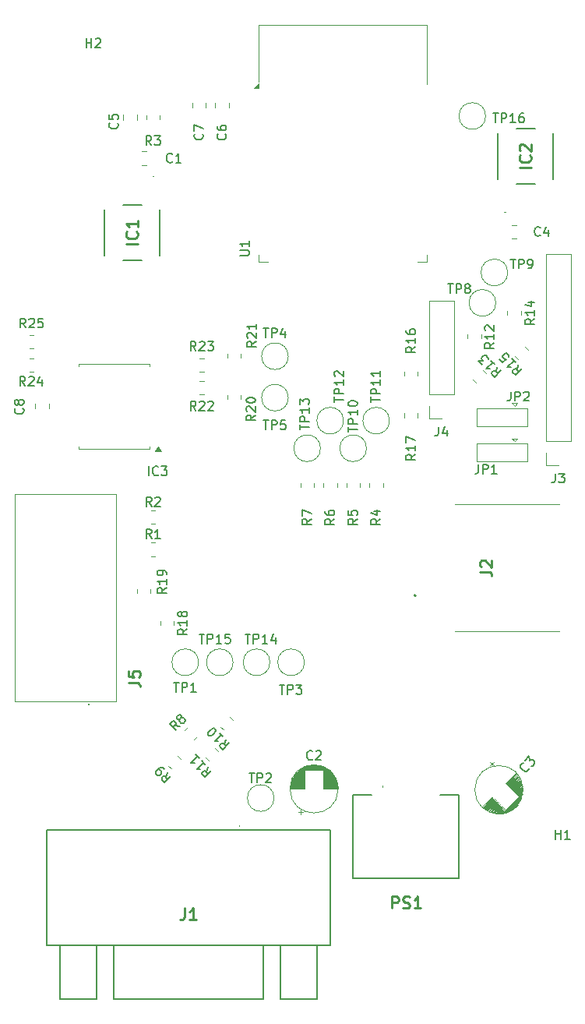
<source format=gbr>
%TF.GenerationSoftware,KiCad,Pcbnew,9.0.1*%
%TF.CreationDate,2025-06-17T15:21:47+02:00*%
%TF.ProjectId,open_g,6f70656e-5f67-42e6-9b69-6361645f7063,rev?*%
%TF.SameCoordinates,Original*%
%TF.FileFunction,Legend,Top*%
%TF.FilePolarity,Positive*%
%FSLAX46Y46*%
G04 Gerber Fmt 4.6, Leading zero omitted, Abs format (unit mm)*
G04 Created by KiCad (PCBNEW 9.0.1) date 2025-06-17 15:21:47*
%MOMM*%
%LPD*%
G01*
G04 APERTURE LIST*
%ADD10C,0.150000*%
%ADD11C,0.254000*%
%ADD12C,0.120000*%
%ADD13C,0.100000*%
%ADD14C,0.200000*%
G04 APERTURE END LIST*
D10*
X157366666Y-89854819D02*
X157366666Y-90569104D01*
X157366666Y-90569104D02*
X157319047Y-90711961D01*
X157319047Y-90711961D02*
X157223809Y-90807200D01*
X157223809Y-90807200D02*
X157080952Y-90854819D01*
X157080952Y-90854819D02*
X156985714Y-90854819D01*
X157842857Y-90854819D02*
X157842857Y-89854819D01*
X157842857Y-89854819D02*
X158223809Y-89854819D01*
X158223809Y-89854819D02*
X158319047Y-89902438D01*
X158319047Y-89902438D02*
X158366666Y-89950057D01*
X158366666Y-89950057D02*
X158414285Y-90045295D01*
X158414285Y-90045295D02*
X158414285Y-90188152D01*
X158414285Y-90188152D02*
X158366666Y-90283390D01*
X158366666Y-90283390D02*
X158319047Y-90331009D01*
X158319047Y-90331009D02*
X158223809Y-90378628D01*
X158223809Y-90378628D02*
X157842857Y-90378628D01*
X158795238Y-89950057D02*
X158842857Y-89902438D01*
X158842857Y-89902438D02*
X158938095Y-89854819D01*
X158938095Y-89854819D02*
X159176190Y-89854819D01*
X159176190Y-89854819D02*
X159271428Y-89902438D01*
X159271428Y-89902438D02*
X159319047Y-89950057D01*
X159319047Y-89950057D02*
X159366666Y-90045295D01*
X159366666Y-90045295D02*
X159366666Y-90140533D01*
X159366666Y-90140533D02*
X159319047Y-90283390D01*
X159319047Y-90283390D02*
X158747619Y-90854819D01*
X158747619Y-90854819D02*
X159366666Y-90854819D01*
X153866666Y-97754819D02*
X153866666Y-98469104D01*
X153866666Y-98469104D02*
X153819047Y-98611961D01*
X153819047Y-98611961D02*
X153723809Y-98707200D01*
X153723809Y-98707200D02*
X153580952Y-98754819D01*
X153580952Y-98754819D02*
X153485714Y-98754819D01*
X154342857Y-98754819D02*
X154342857Y-97754819D01*
X154342857Y-97754819D02*
X154723809Y-97754819D01*
X154723809Y-97754819D02*
X154819047Y-97802438D01*
X154819047Y-97802438D02*
X154866666Y-97850057D01*
X154866666Y-97850057D02*
X154914285Y-97945295D01*
X154914285Y-97945295D02*
X154914285Y-98088152D01*
X154914285Y-98088152D02*
X154866666Y-98183390D01*
X154866666Y-98183390D02*
X154819047Y-98231009D01*
X154819047Y-98231009D02*
X154723809Y-98278628D01*
X154723809Y-98278628D02*
X154342857Y-98278628D01*
X155866666Y-98754819D02*
X155295238Y-98754819D01*
X155580952Y-98754819D02*
X155580952Y-97754819D01*
X155580952Y-97754819D02*
X155485714Y-97897676D01*
X155485714Y-97897676D02*
X155390476Y-97992914D01*
X155390476Y-97992914D02*
X155295238Y-98040533D01*
X104359580Y-91666666D02*
X104407200Y-91714285D01*
X104407200Y-91714285D02*
X104454819Y-91857142D01*
X104454819Y-91857142D02*
X104454819Y-91952380D01*
X104454819Y-91952380D02*
X104407200Y-92095237D01*
X104407200Y-92095237D02*
X104311961Y-92190475D01*
X104311961Y-92190475D02*
X104216723Y-92238094D01*
X104216723Y-92238094D02*
X104026247Y-92285713D01*
X104026247Y-92285713D02*
X103883390Y-92285713D01*
X103883390Y-92285713D02*
X103692914Y-92238094D01*
X103692914Y-92238094D02*
X103597676Y-92190475D01*
X103597676Y-92190475D02*
X103502438Y-92095237D01*
X103502438Y-92095237D02*
X103454819Y-91952380D01*
X103454819Y-91952380D02*
X103454819Y-91857142D01*
X103454819Y-91857142D02*
X103502438Y-91714285D01*
X103502438Y-91714285D02*
X103550057Y-91666666D01*
X103883390Y-91095237D02*
X103835771Y-91190475D01*
X103835771Y-91190475D02*
X103788152Y-91238094D01*
X103788152Y-91238094D02*
X103692914Y-91285713D01*
X103692914Y-91285713D02*
X103645295Y-91285713D01*
X103645295Y-91285713D02*
X103550057Y-91238094D01*
X103550057Y-91238094D02*
X103502438Y-91190475D01*
X103502438Y-91190475D02*
X103454819Y-91095237D01*
X103454819Y-91095237D02*
X103454819Y-90904761D01*
X103454819Y-90904761D02*
X103502438Y-90809523D01*
X103502438Y-90809523D02*
X103550057Y-90761904D01*
X103550057Y-90761904D02*
X103645295Y-90714285D01*
X103645295Y-90714285D02*
X103692914Y-90714285D01*
X103692914Y-90714285D02*
X103788152Y-90761904D01*
X103788152Y-90761904D02*
X103835771Y-90809523D01*
X103835771Y-90809523D02*
X103883390Y-90904761D01*
X103883390Y-90904761D02*
X103883390Y-91095237D01*
X103883390Y-91095237D02*
X103931009Y-91190475D01*
X103931009Y-91190475D02*
X103978628Y-91238094D01*
X103978628Y-91238094D02*
X104073866Y-91285713D01*
X104073866Y-91285713D02*
X104264342Y-91285713D01*
X104264342Y-91285713D02*
X104359580Y-91238094D01*
X104359580Y-91238094D02*
X104407200Y-91190475D01*
X104407200Y-91190475D02*
X104454819Y-91095237D01*
X104454819Y-91095237D02*
X104454819Y-90904761D01*
X104454819Y-90904761D02*
X104407200Y-90809523D01*
X104407200Y-90809523D02*
X104359580Y-90761904D01*
X104359580Y-90761904D02*
X104264342Y-90714285D01*
X104264342Y-90714285D02*
X104073866Y-90714285D01*
X104073866Y-90714285D02*
X103978628Y-90761904D01*
X103978628Y-90761904D02*
X103931009Y-90809523D01*
X103931009Y-90809523D02*
X103883390Y-90904761D01*
X162238095Y-138454819D02*
X162238095Y-137454819D01*
X162238095Y-137931009D02*
X162809523Y-137931009D01*
X162809523Y-138454819D02*
X162809523Y-137454819D01*
X163809523Y-138454819D02*
X163238095Y-138454819D01*
X163523809Y-138454819D02*
X163523809Y-137454819D01*
X163523809Y-137454819D02*
X163428571Y-137597676D01*
X163428571Y-137597676D02*
X163333333Y-137692914D01*
X163333333Y-137692914D02*
X163238095Y-137740533D01*
X111238095Y-52454819D02*
X111238095Y-51454819D01*
X111238095Y-51931009D02*
X111809523Y-51931009D01*
X111809523Y-52454819D02*
X111809523Y-51454819D01*
X112238095Y-51550057D02*
X112285714Y-51502438D01*
X112285714Y-51502438D02*
X112380952Y-51454819D01*
X112380952Y-51454819D02*
X112619047Y-51454819D01*
X112619047Y-51454819D02*
X112714285Y-51502438D01*
X112714285Y-51502438D02*
X112761904Y-51550057D01*
X112761904Y-51550057D02*
X112809523Y-51645295D01*
X112809523Y-51645295D02*
X112809523Y-51740533D01*
X112809523Y-51740533D02*
X112761904Y-51883390D01*
X112761904Y-51883390D02*
X112190476Y-52454819D01*
X112190476Y-52454819D02*
X112809523Y-52454819D01*
D11*
X121931667Y-145954318D02*
X121931667Y-146861461D01*
X121931667Y-146861461D02*
X121871190Y-147042889D01*
X121871190Y-147042889D02*
X121750238Y-147163842D01*
X121750238Y-147163842D02*
X121568809Y-147224318D01*
X121568809Y-147224318D02*
X121447857Y-147224318D01*
X123201667Y-147224318D02*
X122475952Y-147224318D01*
X122838809Y-147224318D02*
X122838809Y-145954318D01*
X122838809Y-145954318D02*
X122717857Y-146135746D01*
X122717857Y-146135746D02*
X122596905Y-146256699D01*
X122596905Y-146256699D02*
X122475952Y-146317175D01*
D10*
X122204819Y-115642857D02*
X121728628Y-115976190D01*
X122204819Y-116214285D02*
X121204819Y-116214285D01*
X121204819Y-116214285D02*
X121204819Y-115833333D01*
X121204819Y-115833333D02*
X121252438Y-115738095D01*
X121252438Y-115738095D02*
X121300057Y-115690476D01*
X121300057Y-115690476D02*
X121395295Y-115642857D01*
X121395295Y-115642857D02*
X121538152Y-115642857D01*
X121538152Y-115642857D02*
X121633390Y-115690476D01*
X121633390Y-115690476D02*
X121681009Y-115738095D01*
X121681009Y-115738095D02*
X121728628Y-115833333D01*
X121728628Y-115833333D02*
X121728628Y-116214285D01*
X122204819Y-114690476D02*
X122204819Y-115261904D01*
X122204819Y-114976190D02*
X121204819Y-114976190D01*
X121204819Y-114976190D02*
X121347676Y-115071428D01*
X121347676Y-115071428D02*
X121442914Y-115166666D01*
X121442914Y-115166666D02*
X121490533Y-115261904D01*
X121633390Y-114119047D02*
X121585771Y-114214285D01*
X121585771Y-114214285D02*
X121538152Y-114261904D01*
X121538152Y-114261904D02*
X121442914Y-114309523D01*
X121442914Y-114309523D02*
X121395295Y-114309523D01*
X121395295Y-114309523D02*
X121300057Y-114261904D01*
X121300057Y-114261904D02*
X121252438Y-114214285D01*
X121252438Y-114214285D02*
X121204819Y-114119047D01*
X121204819Y-114119047D02*
X121204819Y-113928571D01*
X121204819Y-113928571D02*
X121252438Y-113833333D01*
X121252438Y-113833333D02*
X121300057Y-113785714D01*
X121300057Y-113785714D02*
X121395295Y-113738095D01*
X121395295Y-113738095D02*
X121442914Y-113738095D01*
X121442914Y-113738095D02*
X121538152Y-113785714D01*
X121538152Y-113785714D02*
X121585771Y-113833333D01*
X121585771Y-113833333D02*
X121633390Y-113928571D01*
X121633390Y-113928571D02*
X121633390Y-114119047D01*
X121633390Y-114119047D02*
X121681009Y-114214285D01*
X121681009Y-114214285D02*
X121728628Y-114261904D01*
X121728628Y-114261904D02*
X121823866Y-114309523D01*
X121823866Y-114309523D02*
X122014342Y-114309523D01*
X122014342Y-114309523D02*
X122109580Y-114261904D01*
X122109580Y-114261904D02*
X122157200Y-114214285D01*
X122157200Y-114214285D02*
X122204819Y-114119047D01*
X122204819Y-114119047D02*
X122204819Y-113928571D01*
X122204819Y-113928571D02*
X122157200Y-113833333D01*
X122157200Y-113833333D02*
X122109580Y-113785714D01*
X122109580Y-113785714D02*
X122014342Y-113738095D01*
X122014342Y-113738095D02*
X121823866Y-113738095D01*
X121823866Y-113738095D02*
X121728628Y-113785714D01*
X121728628Y-113785714D02*
X121681009Y-113833333D01*
X121681009Y-113833333D02*
X121633390Y-113928571D01*
X119954819Y-111142857D02*
X119478628Y-111476190D01*
X119954819Y-111714285D02*
X118954819Y-111714285D01*
X118954819Y-111714285D02*
X118954819Y-111333333D01*
X118954819Y-111333333D02*
X119002438Y-111238095D01*
X119002438Y-111238095D02*
X119050057Y-111190476D01*
X119050057Y-111190476D02*
X119145295Y-111142857D01*
X119145295Y-111142857D02*
X119288152Y-111142857D01*
X119288152Y-111142857D02*
X119383390Y-111190476D01*
X119383390Y-111190476D02*
X119431009Y-111238095D01*
X119431009Y-111238095D02*
X119478628Y-111333333D01*
X119478628Y-111333333D02*
X119478628Y-111714285D01*
X119954819Y-110190476D02*
X119954819Y-110761904D01*
X119954819Y-110476190D02*
X118954819Y-110476190D01*
X118954819Y-110476190D02*
X119097676Y-110571428D01*
X119097676Y-110571428D02*
X119192914Y-110666666D01*
X119192914Y-110666666D02*
X119240533Y-110761904D01*
X119954819Y-109714285D02*
X119954819Y-109523809D01*
X119954819Y-109523809D02*
X119907200Y-109428571D01*
X119907200Y-109428571D02*
X119859580Y-109380952D01*
X119859580Y-109380952D02*
X119716723Y-109285714D01*
X119716723Y-109285714D02*
X119526247Y-109238095D01*
X119526247Y-109238095D02*
X119145295Y-109238095D01*
X119145295Y-109238095D02*
X119050057Y-109285714D01*
X119050057Y-109285714D02*
X119002438Y-109333333D01*
X119002438Y-109333333D02*
X118954819Y-109428571D01*
X118954819Y-109428571D02*
X118954819Y-109619047D01*
X118954819Y-109619047D02*
X119002438Y-109714285D01*
X119002438Y-109714285D02*
X119050057Y-109761904D01*
X119050057Y-109761904D02*
X119145295Y-109809523D01*
X119145295Y-109809523D02*
X119383390Y-109809523D01*
X119383390Y-109809523D02*
X119478628Y-109761904D01*
X119478628Y-109761904D02*
X119526247Y-109714285D01*
X119526247Y-109714285D02*
X119573866Y-109619047D01*
X119573866Y-109619047D02*
X119573866Y-109428571D01*
X119573866Y-109428571D02*
X119526247Y-109333333D01*
X119526247Y-109333333D02*
X119478628Y-109285714D01*
X119478628Y-109285714D02*
X119383390Y-109238095D01*
X129634819Y-92392857D02*
X129158628Y-92726190D01*
X129634819Y-92964285D02*
X128634819Y-92964285D01*
X128634819Y-92964285D02*
X128634819Y-92583333D01*
X128634819Y-92583333D02*
X128682438Y-92488095D01*
X128682438Y-92488095D02*
X128730057Y-92440476D01*
X128730057Y-92440476D02*
X128825295Y-92392857D01*
X128825295Y-92392857D02*
X128968152Y-92392857D01*
X128968152Y-92392857D02*
X129063390Y-92440476D01*
X129063390Y-92440476D02*
X129111009Y-92488095D01*
X129111009Y-92488095D02*
X129158628Y-92583333D01*
X129158628Y-92583333D02*
X129158628Y-92964285D01*
X128730057Y-92011904D02*
X128682438Y-91964285D01*
X128682438Y-91964285D02*
X128634819Y-91869047D01*
X128634819Y-91869047D02*
X128634819Y-91630952D01*
X128634819Y-91630952D02*
X128682438Y-91535714D01*
X128682438Y-91535714D02*
X128730057Y-91488095D01*
X128730057Y-91488095D02*
X128825295Y-91440476D01*
X128825295Y-91440476D02*
X128920533Y-91440476D01*
X128920533Y-91440476D02*
X129063390Y-91488095D01*
X129063390Y-91488095D02*
X129634819Y-92059523D01*
X129634819Y-92059523D02*
X129634819Y-91440476D01*
X128634819Y-90821428D02*
X128634819Y-90726190D01*
X128634819Y-90726190D02*
X128682438Y-90630952D01*
X128682438Y-90630952D02*
X128730057Y-90583333D01*
X128730057Y-90583333D02*
X128825295Y-90535714D01*
X128825295Y-90535714D02*
X129015771Y-90488095D01*
X129015771Y-90488095D02*
X129253866Y-90488095D01*
X129253866Y-90488095D02*
X129444342Y-90535714D01*
X129444342Y-90535714D02*
X129539580Y-90583333D01*
X129539580Y-90583333D02*
X129587200Y-90630952D01*
X129587200Y-90630952D02*
X129634819Y-90726190D01*
X129634819Y-90726190D02*
X129634819Y-90821428D01*
X129634819Y-90821428D02*
X129587200Y-90916666D01*
X129587200Y-90916666D02*
X129539580Y-90964285D01*
X129539580Y-90964285D02*
X129444342Y-91011904D01*
X129444342Y-91011904D02*
X129253866Y-91059523D01*
X129253866Y-91059523D02*
X129015771Y-91059523D01*
X129015771Y-91059523D02*
X128825295Y-91011904D01*
X128825295Y-91011904D02*
X128730057Y-90964285D01*
X128730057Y-90964285D02*
X128682438Y-90916666D01*
X128682438Y-90916666D02*
X128634819Y-90821428D01*
X129704819Y-84392857D02*
X129228628Y-84726190D01*
X129704819Y-84964285D02*
X128704819Y-84964285D01*
X128704819Y-84964285D02*
X128704819Y-84583333D01*
X128704819Y-84583333D02*
X128752438Y-84488095D01*
X128752438Y-84488095D02*
X128800057Y-84440476D01*
X128800057Y-84440476D02*
X128895295Y-84392857D01*
X128895295Y-84392857D02*
X129038152Y-84392857D01*
X129038152Y-84392857D02*
X129133390Y-84440476D01*
X129133390Y-84440476D02*
X129181009Y-84488095D01*
X129181009Y-84488095D02*
X129228628Y-84583333D01*
X129228628Y-84583333D02*
X129228628Y-84964285D01*
X128800057Y-84011904D02*
X128752438Y-83964285D01*
X128752438Y-83964285D02*
X128704819Y-83869047D01*
X128704819Y-83869047D02*
X128704819Y-83630952D01*
X128704819Y-83630952D02*
X128752438Y-83535714D01*
X128752438Y-83535714D02*
X128800057Y-83488095D01*
X128800057Y-83488095D02*
X128895295Y-83440476D01*
X128895295Y-83440476D02*
X128990533Y-83440476D01*
X128990533Y-83440476D02*
X129133390Y-83488095D01*
X129133390Y-83488095D02*
X129704819Y-84059523D01*
X129704819Y-84059523D02*
X129704819Y-83440476D01*
X129704819Y-82488095D02*
X129704819Y-83059523D01*
X129704819Y-82773809D02*
X128704819Y-82773809D01*
X128704819Y-82773809D02*
X128847676Y-82869047D01*
X128847676Y-82869047D02*
X128942914Y-82964285D01*
X128942914Y-82964285D02*
X128990533Y-83059523D01*
X123157142Y-91894819D02*
X122823809Y-91418628D01*
X122585714Y-91894819D02*
X122585714Y-90894819D01*
X122585714Y-90894819D02*
X122966666Y-90894819D01*
X122966666Y-90894819D02*
X123061904Y-90942438D01*
X123061904Y-90942438D02*
X123109523Y-90990057D01*
X123109523Y-90990057D02*
X123157142Y-91085295D01*
X123157142Y-91085295D02*
X123157142Y-91228152D01*
X123157142Y-91228152D02*
X123109523Y-91323390D01*
X123109523Y-91323390D02*
X123061904Y-91371009D01*
X123061904Y-91371009D02*
X122966666Y-91418628D01*
X122966666Y-91418628D02*
X122585714Y-91418628D01*
X123538095Y-90990057D02*
X123585714Y-90942438D01*
X123585714Y-90942438D02*
X123680952Y-90894819D01*
X123680952Y-90894819D02*
X123919047Y-90894819D01*
X123919047Y-90894819D02*
X124014285Y-90942438D01*
X124014285Y-90942438D02*
X124061904Y-90990057D01*
X124061904Y-90990057D02*
X124109523Y-91085295D01*
X124109523Y-91085295D02*
X124109523Y-91180533D01*
X124109523Y-91180533D02*
X124061904Y-91323390D01*
X124061904Y-91323390D02*
X123490476Y-91894819D01*
X123490476Y-91894819D02*
X124109523Y-91894819D01*
X124490476Y-90990057D02*
X124538095Y-90942438D01*
X124538095Y-90942438D02*
X124633333Y-90894819D01*
X124633333Y-90894819D02*
X124871428Y-90894819D01*
X124871428Y-90894819D02*
X124966666Y-90942438D01*
X124966666Y-90942438D02*
X125014285Y-90990057D01*
X125014285Y-90990057D02*
X125061904Y-91085295D01*
X125061904Y-91085295D02*
X125061904Y-91180533D01*
X125061904Y-91180533D02*
X125014285Y-91323390D01*
X125014285Y-91323390D02*
X124442857Y-91894819D01*
X124442857Y-91894819D02*
X125061904Y-91894819D01*
X123157142Y-85394819D02*
X122823809Y-84918628D01*
X122585714Y-85394819D02*
X122585714Y-84394819D01*
X122585714Y-84394819D02*
X122966666Y-84394819D01*
X122966666Y-84394819D02*
X123061904Y-84442438D01*
X123061904Y-84442438D02*
X123109523Y-84490057D01*
X123109523Y-84490057D02*
X123157142Y-84585295D01*
X123157142Y-84585295D02*
X123157142Y-84728152D01*
X123157142Y-84728152D02*
X123109523Y-84823390D01*
X123109523Y-84823390D02*
X123061904Y-84871009D01*
X123061904Y-84871009D02*
X122966666Y-84918628D01*
X122966666Y-84918628D02*
X122585714Y-84918628D01*
X123538095Y-84490057D02*
X123585714Y-84442438D01*
X123585714Y-84442438D02*
X123680952Y-84394819D01*
X123680952Y-84394819D02*
X123919047Y-84394819D01*
X123919047Y-84394819D02*
X124014285Y-84442438D01*
X124014285Y-84442438D02*
X124061904Y-84490057D01*
X124061904Y-84490057D02*
X124109523Y-84585295D01*
X124109523Y-84585295D02*
X124109523Y-84680533D01*
X124109523Y-84680533D02*
X124061904Y-84823390D01*
X124061904Y-84823390D02*
X123490476Y-85394819D01*
X123490476Y-85394819D02*
X124109523Y-85394819D01*
X124442857Y-84394819D02*
X125061904Y-84394819D01*
X125061904Y-84394819D02*
X124728571Y-84775771D01*
X124728571Y-84775771D02*
X124871428Y-84775771D01*
X124871428Y-84775771D02*
X124966666Y-84823390D01*
X124966666Y-84823390D02*
X125014285Y-84871009D01*
X125014285Y-84871009D02*
X125061904Y-84966247D01*
X125061904Y-84966247D02*
X125061904Y-85204342D01*
X125061904Y-85204342D02*
X125014285Y-85299580D01*
X125014285Y-85299580D02*
X124966666Y-85347200D01*
X124966666Y-85347200D02*
X124871428Y-85394819D01*
X124871428Y-85394819D02*
X124585714Y-85394819D01*
X124585714Y-85394819D02*
X124490476Y-85347200D01*
X124490476Y-85347200D02*
X124442857Y-85299580D01*
X104607142Y-89204819D02*
X104273809Y-88728628D01*
X104035714Y-89204819D02*
X104035714Y-88204819D01*
X104035714Y-88204819D02*
X104416666Y-88204819D01*
X104416666Y-88204819D02*
X104511904Y-88252438D01*
X104511904Y-88252438D02*
X104559523Y-88300057D01*
X104559523Y-88300057D02*
X104607142Y-88395295D01*
X104607142Y-88395295D02*
X104607142Y-88538152D01*
X104607142Y-88538152D02*
X104559523Y-88633390D01*
X104559523Y-88633390D02*
X104511904Y-88681009D01*
X104511904Y-88681009D02*
X104416666Y-88728628D01*
X104416666Y-88728628D02*
X104035714Y-88728628D01*
X104988095Y-88300057D02*
X105035714Y-88252438D01*
X105035714Y-88252438D02*
X105130952Y-88204819D01*
X105130952Y-88204819D02*
X105369047Y-88204819D01*
X105369047Y-88204819D02*
X105464285Y-88252438D01*
X105464285Y-88252438D02*
X105511904Y-88300057D01*
X105511904Y-88300057D02*
X105559523Y-88395295D01*
X105559523Y-88395295D02*
X105559523Y-88490533D01*
X105559523Y-88490533D02*
X105511904Y-88633390D01*
X105511904Y-88633390D02*
X104940476Y-89204819D01*
X104940476Y-89204819D02*
X105559523Y-89204819D01*
X106416666Y-88538152D02*
X106416666Y-89204819D01*
X106178571Y-88157200D02*
X105940476Y-88871485D01*
X105940476Y-88871485D02*
X106559523Y-88871485D01*
X104657142Y-82894819D02*
X104323809Y-82418628D01*
X104085714Y-82894819D02*
X104085714Y-81894819D01*
X104085714Y-81894819D02*
X104466666Y-81894819D01*
X104466666Y-81894819D02*
X104561904Y-81942438D01*
X104561904Y-81942438D02*
X104609523Y-81990057D01*
X104609523Y-81990057D02*
X104657142Y-82085295D01*
X104657142Y-82085295D02*
X104657142Y-82228152D01*
X104657142Y-82228152D02*
X104609523Y-82323390D01*
X104609523Y-82323390D02*
X104561904Y-82371009D01*
X104561904Y-82371009D02*
X104466666Y-82418628D01*
X104466666Y-82418628D02*
X104085714Y-82418628D01*
X105038095Y-81990057D02*
X105085714Y-81942438D01*
X105085714Y-81942438D02*
X105180952Y-81894819D01*
X105180952Y-81894819D02*
X105419047Y-81894819D01*
X105419047Y-81894819D02*
X105514285Y-81942438D01*
X105514285Y-81942438D02*
X105561904Y-81990057D01*
X105561904Y-81990057D02*
X105609523Y-82085295D01*
X105609523Y-82085295D02*
X105609523Y-82180533D01*
X105609523Y-82180533D02*
X105561904Y-82323390D01*
X105561904Y-82323390D02*
X104990476Y-82894819D01*
X104990476Y-82894819D02*
X105609523Y-82894819D01*
X106514285Y-81894819D02*
X106038095Y-81894819D01*
X106038095Y-81894819D02*
X105990476Y-82371009D01*
X105990476Y-82371009D02*
X106038095Y-82323390D01*
X106038095Y-82323390D02*
X106133333Y-82275771D01*
X106133333Y-82275771D02*
X106371428Y-82275771D01*
X106371428Y-82275771D02*
X106466666Y-82323390D01*
X106466666Y-82323390D02*
X106514285Y-82371009D01*
X106514285Y-82371009D02*
X106561904Y-82466247D01*
X106561904Y-82466247D02*
X106561904Y-82704342D01*
X106561904Y-82704342D02*
X106514285Y-82799580D01*
X106514285Y-82799580D02*
X106466666Y-82847200D01*
X106466666Y-82847200D02*
X106371428Y-82894819D01*
X106371428Y-82894819D02*
X106133333Y-82894819D01*
X106133333Y-82894819D02*
X106038095Y-82847200D01*
X106038095Y-82847200D02*
X105990476Y-82799580D01*
X155910479Y-87147816D02*
X155809464Y-87720235D01*
X156314540Y-87551877D02*
X155607433Y-88258983D01*
X155607433Y-88258983D02*
X155338059Y-87989609D01*
X155338059Y-87989609D02*
X155304387Y-87888594D01*
X155304387Y-87888594D02*
X155304387Y-87821251D01*
X155304387Y-87821251D02*
X155338059Y-87720235D01*
X155338059Y-87720235D02*
X155439074Y-87619220D01*
X155439074Y-87619220D02*
X155540090Y-87585548D01*
X155540090Y-87585548D02*
X155607433Y-87585548D01*
X155607433Y-87585548D02*
X155708448Y-87619220D01*
X155708448Y-87619220D02*
X155977822Y-87888594D01*
X155237044Y-86474381D02*
X155641105Y-86878442D01*
X155439074Y-86676411D02*
X154731968Y-87383518D01*
X154731968Y-87383518D02*
X154900326Y-87349846D01*
X154900326Y-87349846D02*
X155035013Y-87349846D01*
X155035013Y-87349846D02*
X155136029Y-87383518D01*
X154294235Y-86945785D02*
X153856502Y-86508052D01*
X153856502Y-86508052D02*
X154361578Y-86474380D01*
X154361578Y-86474380D02*
X154260563Y-86373365D01*
X154260563Y-86373365D02*
X154226891Y-86272350D01*
X154226891Y-86272350D02*
X154226891Y-86205006D01*
X154226891Y-86205006D02*
X154260563Y-86103991D01*
X154260563Y-86103991D02*
X154428922Y-85935632D01*
X154428922Y-85935632D02*
X154529937Y-85901961D01*
X154529937Y-85901961D02*
X154597280Y-85901961D01*
X154597280Y-85901961D02*
X154698296Y-85935632D01*
X154698296Y-85935632D02*
X154900326Y-86137663D01*
X154900326Y-86137663D02*
X154933998Y-86238678D01*
X154933998Y-86238678D02*
X154933998Y-86306022D01*
X158176174Y-86932963D02*
X158075159Y-87505382D01*
X158580235Y-87337024D02*
X157873128Y-88044130D01*
X157873128Y-88044130D02*
X157603754Y-87774756D01*
X157603754Y-87774756D02*
X157570082Y-87673741D01*
X157570082Y-87673741D02*
X157570082Y-87606398D01*
X157570082Y-87606398D02*
X157603754Y-87505382D01*
X157603754Y-87505382D02*
X157704769Y-87404367D01*
X157704769Y-87404367D02*
X157805785Y-87370695D01*
X157805785Y-87370695D02*
X157873128Y-87370695D01*
X157873128Y-87370695D02*
X157974143Y-87404367D01*
X157974143Y-87404367D02*
X158243517Y-87673741D01*
X157502739Y-86259528D02*
X157906800Y-86663589D01*
X157704769Y-86461558D02*
X156997663Y-87168665D01*
X156997663Y-87168665D02*
X157166021Y-87134993D01*
X157166021Y-87134993D02*
X157300708Y-87134993D01*
X157300708Y-87134993D02*
X157401724Y-87168665D01*
X156155869Y-86326871D02*
X156492586Y-86663589D01*
X156492586Y-86663589D02*
X156862975Y-86360543D01*
X156862975Y-86360543D02*
X156795632Y-86360543D01*
X156795632Y-86360543D02*
X156694617Y-86326871D01*
X156694617Y-86326871D02*
X156526258Y-86158512D01*
X156526258Y-86158512D02*
X156492586Y-86057497D01*
X156492586Y-86057497D02*
X156492586Y-85990153D01*
X156492586Y-85990153D02*
X156526258Y-85889138D01*
X156526258Y-85889138D02*
X156694617Y-85720779D01*
X156694617Y-85720779D02*
X156795632Y-85687108D01*
X156795632Y-85687108D02*
X156862975Y-85687108D01*
X156862975Y-85687108D02*
X156963991Y-85720779D01*
X156963991Y-85720779D02*
X157132349Y-85889138D01*
X157132349Y-85889138D02*
X157166021Y-85990153D01*
X157166021Y-85990153D02*
X157166021Y-86057497D01*
X159966819Y-81938857D02*
X159490628Y-82272190D01*
X159966819Y-82510285D02*
X158966819Y-82510285D01*
X158966819Y-82510285D02*
X158966819Y-82129333D01*
X158966819Y-82129333D02*
X159014438Y-82034095D01*
X159014438Y-82034095D02*
X159062057Y-81986476D01*
X159062057Y-81986476D02*
X159157295Y-81938857D01*
X159157295Y-81938857D02*
X159300152Y-81938857D01*
X159300152Y-81938857D02*
X159395390Y-81986476D01*
X159395390Y-81986476D02*
X159443009Y-82034095D01*
X159443009Y-82034095D02*
X159490628Y-82129333D01*
X159490628Y-82129333D02*
X159490628Y-82510285D01*
X159966819Y-80986476D02*
X159966819Y-81557904D01*
X159966819Y-81272190D02*
X158966819Y-81272190D01*
X158966819Y-81272190D02*
X159109676Y-81367428D01*
X159109676Y-81367428D02*
X159204914Y-81462666D01*
X159204914Y-81462666D02*
X159252533Y-81557904D01*
X159300152Y-80129333D02*
X159966819Y-80129333D01*
X158919200Y-80367428D02*
X159633485Y-80605523D01*
X159633485Y-80605523D02*
X159633485Y-79986476D01*
X155554819Y-84542857D02*
X155078628Y-84876190D01*
X155554819Y-85114285D02*
X154554819Y-85114285D01*
X154554819Y-85114285D02*
X154554819Y-84733333D01*
X154554819Y-84733333D02*
X154602438Y-84638095D01*
X154602438Y-84638095D02*
X154650057Y-84590476D01*
X154650057Y-84590476D02*
X154745295Y-84542857D01*
X154745295Y-84542857D02*
X154888152Y-84542857D01*
X154888152Y-84542857D02*
X154983390Y-84590476D01*
X154983390Y-84590476D02*
X155031009Y-84638095D01*
X155031009Y-84638095D02*
X155078628Y-84733333D01*
X155078628Y-84733333D02*
X155078628Y-85114285D01*
X155554819Y-83590476D02*
X155554819Y-84161904D01*
X155554819Y-83876190D02*
X154554819Y-83876190D01*
X154554819Y-83876190D02*
X154697676Y-83971428D01*
X154697676Y-83971428D02*
X154792914Y-84066666D01*
X154792914Y-84066666D02*
X154840533Y-84161904D01*
X154650057Y-83209523D02*
X154602438Y-83161904D01*
X154602438Y-83161904D02*
X154554819Y-83066666D01*
X154554819Y-83066666D02*
X154554819Y-82828571D01*
X154554819Y-82828571D02*
X154602438Y-82733333D01*
X154602438Y-82733333D02*
X154650057Y-82685714D01*
X154650057Y-82685714D02*
X154745295Y-82638095D01*
X154745295Y-82638095D02*
X154840533Y-82638095D01*
X154840533Y-82638095D02*
X154983390Y-82685714D01*
X154983390Y-82685714D02*
X155554819Y-83257142D01*
X155554819Y-83257142D02*
X155554819Y-82638095D01*
X147012819Y-96654857D02*
X146536628Y-96988190D01*
X147012819Y-97226285D02*
X146012819Y-97226285D01*
X146012819Y-97226285D02*
X146012819Y-96845333D01*
X146012819Y-96845333D02*
X146060438Y-96750095D01*
X146060438Y-96750095D02*
X146108057Y-96702476D01*
X146108057Y-96702476D02*
X146203295Y-96654857D01*
X146203295Y-96654857D02*
X146346152Y-96654857D01*
X146346152Y-96654857D02*
X146441390Y-96702476D01*
X146441390Y-96702476D02*
X146489009Y-96750095D01*
X146489009Y-96750095D02*
X146536628Y-96845333D01*
X146536628Y-96845333D02*
X146536628Y-97226285D01*
X147012819Y-95702476D02*
X147012819Y-96273904D01*
X147012819Y-95988190D02*
X146012819Y-95988190D01*
X146012819Y-95988190D02*
X146155676Y-96083428D01*
X146155676Y-96083428D02*
X146250914Y-96178666D01*
X146250914Y-96178666D02*
X146298533Y-96273904D01*
X146012819Y-95369142D02*
X146012819Y-94702476D01*
X146012819Y-94702476D02*
X147012819Y-95131047D01*
X147012819Y-84970857D02*
X146536628Y-85304190D01*
X147012819Y-85542285D02*
X146012819Y-85542285D01*
X146012819Y-85542285D02*
X146012819Y-85161333D01*
X146012819Y-85161333D02*
X146060438Y-85066095D01*
X146060438Y-85066095D02*
X146108057Y-85018476D01*
X146108057Y-85018476D02*
X146203295Y-84970857D01*
X146203295Y-84970857D02*
X146346152Y-84970857D01*
X146346152Y-84970857D02*
X146441390Y-85018476D01*
X146441390Y-85018476D02*
X146489009Y-85066095D01*
X146489009Y-85066095D02*
X146536628Y-85161333D01*
X146536628Y-85161333D02*
X146536628Y-85542285D01*
X147012819Y-84018476D02*
X147012819Y-84589904D01*
X147012819Y-84304190D02*
X146012819Y-84304190D01*
X146012819Y-84304190D02*
X146155676Y-84399428D01*
X146155676Y-84399428D02*
X146250914Y-84494666D01*
X146250914Y-84494666D02*
X146298533Y-84589904D01*
X146012819Y-83161333D02*
X146012819Y-83351809D01*
X146012819Y-83351809D02*
X146060438Y-83447047D01*
X146060438Y-83447047D02*
X146108057Y-83494666D01*
X146108057Y-83494666D02*
X146250914Y-83589904D01*
X146250914Y-83589904D02*
X146441390Y-83637523D01*
X146441390Y-83637523D02*
X146822342Y-83637523D01*
X146822342Y-83637523D02*
X146917580Y-83589904D01*
X146917580Y-83589904D02*
X146965200Y-83542285D01*
X146965200Y-83542285D02*
X147012819Y-83447047D01*
X147012819Y-83447047D02*
X147012819Y-83256571D01*
X147012819Y-83256571D02*
X146965200Y-83161333D01*
X146965200Y-83161333D02*
X146917580Y-83113714D01*
X146917580Y-83113714D02*
X146822342Y-83066095D01*
X146822342Y-83066095D02*
X146584247Y-83066095D01*
X146584247Y-83066095D02*
X146489009Y-83113714D01*
X146489009Y-83113714D02*
X146441390Y-83161333D01*
X146441390Y-83161333D02*
X146393771Y-83256571D01*
X146393771Y-83256571D02*
X146393771Y-83447047D01*
X146393771Y-83447047D02*
X146441390Y-83542285D01*
X146441390Y-83542285D02*
X146489009Y-83589904D01*
X146489009Y-83589904D02*
X146584247Y-83637523D01*
X150538095Y-78154819D02*
X151109523Y-78154819D01*
X150823809Y-79154819D02*
X150823809Y-78154819D01*
X151442857Y-79154819D02*
X151442857Y-78154819D01*
X151442857Y-78154819D02*
X151823809Y-78154819D01*
X151823809Y-78154819D02*
X151919047Y-78202438D01*
X151919047Y-78202438D02*
X151966666Y-78250057D01*
X151966666Y-78250057D02*
X152014285Y-78345295D01*
X152014285Y-78345295D02*
X152014285Y-78488152D01*
X152014285Y-78488152D02*
X151966666Y-78583390D01*
X151966666Y-78583390D02*
X151919047Y-78631009D01*
X151919047Y-78631009D02*
X151823809Y-78678628D01*
X151823809Y-78678628D02*
X151442857Y-78678628D01*
X152585714Y-78583390D02*
X152490476Y-78535771D01*
X152490476Y-78535771D02*
X152442857Y-78488152D01*
X152442857Y-78488152D02*
X152395238Y-78392914D01*
X152395238Y-78392914D02*
X152395238Y-78345295D01*
X152395238Y-78345295D02*
X152442857Y-78250057D01*
X152442857Y-78250057D02*
X152490476Y-78202438D01*
X152490476Y-78202438D02*
X152585714Y-78154819D01*
X152585714Y-78154819D02*
X152776190Y-78154819D01*
X152776190Y-78154819D02*
X152871428Y-78202438D01*
X152871428Y-78202438D02*
X152919047Y-78250057D01*
X152919047Y-78250057D02*
X152966666Y-78345295D01*
X152966666Y-78345295D02*
X152966666Y-78392914D01*
X152966666Y-78392914D02*
X152919047Y-78488152D01*
X152919047Y-78488152D02*
X152871428Y-78535771D01*
X152871428Y-78535771D02*
X152776190Y-78583390D01*
X152776190Y-78583390D02*
X152585714Y-78583390D01*
X152585714Y-78583390D02*
X152490476Y-78631009D01*
X152490476Y-78631009D02*
X152442857Y-78678628D01*
X152442857Y-78678628D02*
X152395238Y-78773866D01*
X152395238Y-78773866D02*
X152395238Y-78964342D01*
X152395238Y-78964342D02*
X152442857Y-79059580D01*
X152442857Y-79059580D02*
X152490476Y-79107200D01*
X152490476Y-79107200D02*
X152585714Y-79154819D01*
X152585714Y-79154819D02*
X152776190Y-79154819D01*
X152776190Y-79154819D02*
X152871428Y-79107200D01*
X152871428Y-79107200D02*
X152919047Y-79059580D01*
X152919047Y-79059580D02*
X152966666Y-78964342D01*
X152966666Y-78964342D02*
X152966666Y-78773866D01*
X152966666Y-78773866D02*
X152919047Y-78678628D01*
X152919047Y-78678628D02*
X152871428Y-78631009D01*
X152871428Y-78631009D02*
X152776190Y-78583390D01*
X157338095Y-75454819D02*
X157909523Y-75454819D01*
X157623809Y-76454819D02*
X157623809Y-75454819D01*
X158242857Y-76454819D02*
X158242857Y-75454819D01*
X158242857Y-75454819D02*
X158623809Y-75454819D01*
X158623809Y-75454819D02*
X158719047Y-75502438D01*
X158719047Y-75502438D02*
X158766666Y-75550057D01*
X158766666Y-75550057D02*
X158814285Y-75645295D01*
X158814285Y-75645295D02*
X158814285Y-75788152D01*
X158814285Y-75788152D02*
X158766666Y-75883390D01*
X158766666Y-75883390D02*
X158719047Y-75931009D01*
X158719047Y-75931009D02*
X158623809Y-75978628D01*
X158623809Y-75978628D02*
X158242857Y-75978628D01*
X159290476Y-76454819D02*
X159480952Y-76454819D01*
X159480952Y-76454819D02*
X159576190Y-76407200D01*
X159576190Y-76407200D02*
X159623809Y-76359580D01*
X159623809Y-76359580D02*
X159719047Y-76216723D01*
X159719047Y-76216723D02*
X159766666Y-76026247D01*
X159766666Y-76026247D02*
X159766666Y-75645295D01*
X159766666Y-75645295D02*
X159719047Y-75550057D01*
X159719047Y-75550057D02*
X159671428Y-75502438D01*
X159671428Y-75502438D02*
X159576190Y-75454819D01*
X159576190Y-75454819D02*
X159385714Y-75454819D01*
X159385714Y-75454819D02*
X159290476Y-75502438D01*
X159290476Y-75502438D02*
X159242857Y-75550057D01*
X159242857Y-75550057D02*
X159195238Y-75645295D01*
X159195238Y-75645295D02*
X159195238Y-75883390D01*
X159195238Y-75883390D02*
X159242857Y-75978628D01*
X159242857Y-75978628D02*
X159290476Y-76026247D01*
X159290476Y-76026247D02*
X159385714Y-76073866D01*
X159385714Y-76073866D02*
X159576190Y-76073866D01*
X159576190Y-76073866D02*
X159671428Y-76026247D01*
X159671428Y-76026247D02*
X159719047Y-75978628D01*
X159719047Y-75978628D02*
X159766666Y-75883390D01*
X139704819Y-94238094D02*
X139704819Y-93666666D01*
X140704819Y-93952380D02*
X139704819Y-93952380D01*
X140704819Y-93333332D02*
X139704819Y-93333332D01*
X139704819Y-93333332D02*
X139704819Y-92952380D01*
X139704819Y-92952380D02*
X139752438Y-92857142D01*
X139752438Y-92857142D02*
X139800057Y-92809523D01*
X139800057Y-92809523D02*
X139895295Y-92761904D01*
X139895295Y-92761904D02*
X140038152Y-92761904D01*
X140038152Y-92761904D02*
X140133390Y-92809523D01*
X140133390Y-92809523D02*
X140181009Y-92857142D01*
X140181009Y-92857142D02*
X140228628Y-92952380D01*
X140228628Y-92952380D02*
X140228628Y-93333332D01*
X140704819Y-91809523D02*
X140704819Y-92380951D01*
X140704819Y-92095237D02*
X139704819Y-92095237D01*
X139704819Y-92095237D02*
X139847676Y-92190475D01*
X139847676Y-92190475D02*
X139942914Y-92285713D01*
X139942914Y-92285713D02*
X139990533Y-92380951D01*
X139704819Y-91190475D02*
X139704819Y-91095237D01*
X139704819Y-91095237D02*
X139752438Y-90999999D01*
X139752438Y-90999999D02*
X139800057Y-90952380D01*
X139800057Y-90952380D02*
X139895295Y-90904761D01*
X139895295Y-90904761D02*
X140085771Y-90857142D01*
X140085771Y-90857142D02*
X140323866Y-90857142D01*
X140323866Y-90857142D02*
X140514342Y-90904761D01*
X140514342Y-90904761D02*
X140609580Y-90952380D01*
X140609580Y-90952380D02*
X140657200Y-90999999D01*
X140657200Y-90999999D02*
X140704819Y-91095237D01*
X140704819Y-91095237D02*
X140704819Y-91190475D01*
X140704819Y-91190475D02*
X140657200Y-91285713D01*
X140657200Y-91285713D02*
X140609580Y-91333332D01*
X140609580Y-91333332D02*
X140514342Y-91380951D01*
X140514342Y-91380951D02*
X140323866Y-91428570D01*
X140323866Y-91428570D02*
X140085771Y-91428570D01*
X140085771Y-91428570D02*
X139895295Y-91380951D01*
X139895295Y-91380951D02*
X139800057Y-91333332D01*
X139800057Y-91333332D02*
X139752438Y-91285713D01*
X139752438Y-91285713D02*
X139704819Y-91190475D01*
X142204819Y-90988094D02*
X142204819Y-90416666D01*
X143204819Y-90702380D02*
X142204819Y-90702380D01*
X143204819Y-90083332D02*
X142204819Y-90083332D01*
X142204819Y-90083332D02*
X142204819Y-89702380D01*
X142204819Y-89702380D02*
X142252438Y-89607142D01*
X142252438Y-89607142D02*
X142300057Y-89559523D01*
X142300057Y-89559523D02*
X142395295Y-89511904D01*
X142395295Y-89511904D02*
X142538152Y-89511904D01*
X142538152Y-89511904D02*
X142633390Y-89559523D01*
X142633390Y-89559523D02*
X142681009Y-89607142D01*
X142681009Y-89607142D02*
X142728628Y-89702380D01*
X142728628Y-89702380D02*
X142728628Y-90083332D01*
X143204819Y-88559523D02*
X143204819Y-89130951D01*
X143204819Y-88845237D02*
X142204819Y-88845237D01*
X142204819Y-88845237D02*
X142347676Y-88940475D01*
X142347676Y-88940475D02*
X142442914Y-89035713D01*
X142442914Y-89035713D02*
X142490533Y-89130951D01*
X143204819Y-87607142D02*
X143204819Y-88178570D01*
X143204819Y-87892856D02*
X142204819Y-87892856D01*
X142204819Y-87892856D02*
X142347676Y-87988094D01*
X142347676Y-87988094D02*
X142442914Y-88083332D01*
X142442914Y-88083332D02*
X142490533Y-88178570D01*
X138204819Y-90988094D02*
X138204819Y-90416666D01*
X139204819Y-90702380D02*
X138204819Y-90702380D01*
X139204819Y-90083332D02*
X138204819Y-90083332D01*
X138204819Y-90083332D02*
X138204819Y-89702380D01*
X138204819Y-89702380D02*
X138252438Y-89607142D01*
X138252438Y-89607142D02*
X138300057Y-89559523D01*
X138300057Y-89559523D02*
X138395295Y-89511904D01*
X138395295Y-89511904D02*
X138538152Y-89511904D01*
X138538152Y-89511904D02*
X138633390Y-89559523D01*
X138633390Y-89559523D02*
X138681009Y-89607142D01*
X138681009Y-89607142D02*
X138728628Y-89702380D01*
X138728628Y-89702380D02*
X138728628Y-90083332D01*
X139204819Y-88559523D02*
X139204819Y-89130951D01*
X139204819Y-88845237D02*
X138204819Y-88845237D01*
X138204819Y-88845237D02*
X138347676Y-88940475D01*
X138347676Y-88940475D02*
X138442914Y-89035713D01*
X138442914Y-89035713D02*
X138490533Y-89130951D01*
X138300057Y-88178570D02*
X138252438Y-88130951D01*
X138252438Y-88130951D02*
X138204819Y-88035713D01*
X138204819Y-88035713D02*
X138204819Y-87797618D01*
X138204819Y-87797618D02*
X138252438Y-87702380D01*
X138252438Y-87702380D02*
X138300057Y-87654761D01*
X138300057Y-87654761D02*
X138395295Y-87607142D01*
X138395295Y-87607142D02*
X138490533Y-87607142D01*
X138490533Y-87607142D02*
X138633390Y-87654761D01*
X138633390Y-87654761D02*
X139204819Y-88226189D01*
X139204819Y-88226189D02*
X139204819Y-87607142D01*
X134454819Y-93988094D02*
X134454819Y-93416666D01*
X135454819Y-93702380D02*
X134454819Y-93702380D01*
X135454819Y-93083332D02*
X134454819Y-93083332D01*
X134454819Y-93083332D02*
X134454819Y-92702380D01*
X134454819Y-92702380D02*
X134502438Y-92607142D01*
X134502438Y-92607142D02*
X134550057Y-92559523D01*
X134550057Y-92559523D02*
X134645295Y-92511904D01*
X134645295Y-92511904D02*
X134788152Y-92511904D01*
X134788152Y-92511904D02*
X134883390Y-92559523D01*
X134883390Y-92559523D02*
X134931009Y-92607142D01*
X134931009Y-92607142D02*
X134978628Y-92702380D01*
X134978628Y-92702380D02*
X134978628Y-93083332D01*
X135454819Y-91559523D02*
X135454819Y-92130951D01*
X135454819Y-91845237D02*
X134454819Y-91845237D01*
X134454819Y-91845237D02*
X134597676Y-91940475D01*
X134597676Y-91940475D02*
X134692914Y-92035713D01*
X134692914Y-92035713D02*
X134740533Y-92130951D01*
X134454819Y-91226189D02*
X134454819Y-90607142D01*
X134454819Y-90607142D02*
X134835771Y-90940475D01*
X134835771Y-90940475D02*
X134835771Y-90797618D01*
X134835771Y-90797618D02*
X134883390Y-90702380D01*
X134883390Y-90702380D02*
X134931009Y-90654761D01*
X134931009Y-90654761D02*
X135026247Y-90607142D01*
X135026247Y-90607142D02*
X135264342Y-90607142D01*
X135264342Y-90607142D02*
X135359580Y-90654761D01*
X135359580Y-90654761D02*
X135407200Y-90702380D01*
X135407200Y-90702380D02*
X135454819Y-90797618D01*
X135454819Y-90797618D02*
X135454819Y-91083332D01*
X135454819Y-91083332D02*
X135407200Y-91178570D01*
X135407200Y-91178570D02*
X135359580Y-91226189D01*
X128511905Y-116204819D02*
X129083333Y-116204819D01*
X128797619Y-117204819D02*
X128797619Y-116204819D01*
X129416667Y-117204819D02*
X129416667Y-116204819D01*
X129416667Y-116204819D02*
X129797619Y-116204819D01*
X129797619Y-116204819D02*
X129892857Y-116252438D01*
X129892857Y-116252438D02*
X129940476Y-116300057D01*
X129940476Y-116300057D02*
X129988095Y-116395295D01*
X129988095Y-116395295D02*
X129988095Y-116538152D01*
X129988095Y-116538152D02*
X129940476Y-116633390D01*
X129940476Y-116633390D02*
X129892857Y-116681009D01*
X129892857Y-116681009D02*
X129797619Y-116728628D01*
X129797619Y-116728628D02*
X129416667Y-116728628D01*
X130940476Y-117204819D02*
X130369048Y-117204819D01*
X130654762Y-117204819D02*
X130654762Y-116204819D01*
X130654762Y-116204819D02*
X130559524Y-116347676D01*
X130559524Y-116347676D02*
X130464286Y-116442914D01*
X130464286Y-116442914D02*
X130369048Y-116490533D01*
X131797619Y-116538152D02*
X131797619Y-117204819D01*
X131559524Y-116157200D02*
X131321429Y-116871485D01*
X131321429Y-116871485D02*
X131940476Y-116871485D01*
X123511905Y-116204819D02*
X124083333Y-116204819D01*
X123797619Y-117204819D02*
X123797619Y-116204819D01*
X124416667Y-117204819D02*
X124416667Y-116204819D01*
X124416667Y-116204819D02*
X124797619Y-116204819D01*
X124797619Y-116204819D02*
X124892857Y-116252438D01*
X124892857Y-116252438D02*
X124940476Y-116300057D01*
X124940476Y-116300057D02*
X124988095Y-116395295D01*
X124988095Y-116395295D02*
X124988095Y-116538152D01*
X124988095Y-116538152D02*
X124940476Y-116633390D01*
X124940476Y-116633390D02*
X124892857Y-116681009D01*
X124892857Y-116681009D02*
X124797619Y-116728628D01*
X124797619Y-116728628D02*
X124416667Y-116728628D01*
X125940476Y-117204819D02*
X125369048Y-117204819D01*
X125654762Y-117204819D02*
X125654762Y-116204819D01*
X125654762Y-116204819D02*
X125559524Y-116347676D01*
X125559524Y-116347676D02*
X125464286Y-116442914D01*
X125464286Y-116442914D02*
X125369048Y-116490533D01*
X126845238Y-116204819D02*
X126369048Y-116204819D01*
X126369048Y-116204819D02*
X126321429Y-116681009D01*
X126321429Y-116681009D02*
X126369048Y-116633390D01*
X126369048Y-116633390D02*
X126464286Y-116585771D01*
X126464286Y-116585771D02*
X126702381Y-116585771D01*
X126702381Y-116585771D02*
X126797619Y-116633390D01*
X126797619Y-116633390D02*
X126845238Y-116681009D01*
X126845238Y-116681009D02*
X126892857Y-116776247D01*
X126892857Y-116776247D02*
X126892857Y-117014342D01*
X126892857Y-117014342D02*
X126845238Y-117109580D01*
X126845238Y-117109580D02*
X126797619Y-117157200D01*
X126797619Y-117157200D02*
X126702381Y-117204819D01*
X126702381Y-117204819D02*
X126464286Y-117204819D01*
X126464286Y-117204819D02*
X126369048Y-117157200D01*
X126369048Y-117157200D02*
X126321429Y-117109580D01*
X155461905Y-59604819D02*
X156033333Y-59604819D01*
X155747619Y-60604819D02*
X155747619Y-59604819D01*
X156366667Y-60604819D02*
X156366667Y-59604819D01*
X156366667Y-59604819D02*
X156747619Y-59604819D01*
X156747619Y-59604819D02*
X156842857Y-59652438D01*
X156842857Y-59652438D02*
X156890476Y-59700057D01*
X156890476Y-59700057D02*
X156938095Y-59795295D01*
X156938095Y-59795295D02*
X156938095Y-59938152D01*
X156938095Y-59938152D02*
X156890476Y-60033390D01*
X156890476Y-60033390D02*
X156842857Y-60081009D01*
X156842857Y-60081009D02*
X156747619Y-60128628D01*
X156747619Y-60128628D02*
X156366667Y-60128628D01*
X157890476Y-60604819D02*
X157319048Y-60604819D01*
X157604762Y-60604819D02*
X157604762Y-59604819D01*
X157604762Y-59604819D02*
X157509524Y-59747676D01*
X157509524Y-59747676D02*
X157414286Y-59842914D01*
X157414286Y-59842914D02*
X157319048Y-59890533D01*
X158747619Y-59604819D02*
X158557143Y-59604819D01*
X158557143Y-59604819D02*
X158461905Y-59652438D01*
X158461905Y-59652438D02*
X158414286Y-59700057D01*
X158414286Y-59700057D02*
X158319048Y-59842914D01*
X158319048Y-59842914D02*
X158271429Y-60033390D01*
X158271429Y-60033390D02*
X158271429Y-60414342D01*
X158271429Y-60414342D02*
X158319048Y-60509580D01*
X158319048Y-60509580D02*
X158366667Y-60557200D01*
X158366667Y-60557200D02*
X158461905Y-60604819D01*
X158461905Y-60604819D02*
X158652381Y-60604819D01*
X158652381Y-60604819D02*
X158747619Y-60557200D01*
X158747619Y-60557200D02*
X158795238Y-60509580D01*
X158795238Y-60509580D02*
X158842857Y-60414342D01*
X158842857Y-60414342D02*
X158842857Y-60176247D01*
X158842857Y-60176247D02*
X158795238Y-60081009D01*
X158795238Y-60081009D02*
X158747619Y-60033390D01*
X158747619Y-60033390D02*
X158652381Y-59985771D01*
X158652381Y-59985771D02*
X158461905Y-59985771D01*
X158461905Y-59985771D02*
X158366667Y-60033390D01*
X158366667Y-60033390D02*
X158319048Y-60081009D01*
X158319048Y-60081009D02*
X158271429Y-60176247D01*
X118333333Y-102304819D02*
X118000000Y-101828628D01*
X117761905Y-102304819D02*
X117761905Y-101304819D01*
X117761905Y-101304819D02*
X118142857Y-101304819D01*
X118142857Y-101304819D02*
X118238095Y-101352438D01*
X118238095Y-101352438D02*
X118285714Y-101400057D01*
X118285714Y-101400057D02*
X118333333Y-101495295D01*
X118333333Y-101495295D02*
X118333333Y-101638152D01*
X118333333Y-101638152D02*
X118285714Y-101733390D01*
X118285714Y-101733390D02*
X118238095Y-101781009D01*
X118238095Y-101781009D02*
X118142857Y-101828628D01*
X118142857Y-101828628D02*
X117761905Y-101828628D01*
X118714286Y-101400057D02*
X118761905Y-101352438D01*
X118761905Y-101352438D02*
X118857143Y-101304819D01*
X118857143Y-101304819D02*
X119095238Y-101304819D01*
X119095238Y-101304819D02*
X119190476Y-101352438D01*
X119190476Y-101352438D02*
X119238095Y-101400057D01*
X119238095Y-101400057D02*
X119285714Y-101495295D01*
X119285714Y-101495295D02*
X119285714Y-101590533D01*
X119285714Y-101590533D02*
X119238095Y-101733390D01*
X119238095Y-101733390D02*
X118666667Y-102304819D01*
X118666667Y-102304819D02*
X119285714Y-102304819D01*
X140704819Y-103666666D02*
X140228628Y-103999999D01*
X140704819Y-104238094D02*
X139704819Y-104238094D01*
X139704819Y-104238094D02*
X139704819Y-103857142D01*
X139704819Y-103857142D02*
X139752438Y-103761904D01*
X139752438Y-103761904D02*
X139800057Y-103714285D01*
X139800057Y-103714285D02*
X139895295Y-103666666D01*
X139895295Y-103666666D02*
X140038152Y-103666666D01*
X140038152Y-103666666D02*
X140133390Y-103714285D01*
X140133390Y-103714285D02*
X140181009Y-103761904D01*
X140181009Y-103761904D02*
X140228628Y-103857142D01*
X140228628Y-103857142D02*
X140228628Y-104238094D01*
X139704819Y-102761904D02*
X139704819Y-103238094D01*
X139704819Y-103238094D02*
X140181009Y-103285713D01*
X140181009Y-103285713D02*
X140133390Y-103238094D01*
X140133390Y-103238094D02*
X140085771Y-103142856D01*
X140085771Y-103142856D02*
X140085771Y-102904761D01*
X140085771Y-102904761D02*
X140133390Y-102809523D01*
X140133390Y-102809523D02*
X140181009Y-102761904D01*
X140181009Y-102761904D02*
X140276247Y-102714285D01*
X140276247Y-102714285D02*
X140514342Y-102714285D01*
X140514342Y-102714285D02*
X140609580Y-102761904D01*
X140609580Y-102761904D02*
X140657200Y-102809523D01*
X140657200Y-102809523D02*
X140704819Y-102904761D01*
X140704819Y-102904761D02*
X140704819Y-103142856D01*
X140704819Y-103142856D02*
X140657200Y-103238094D01*
X140657200Y-103238094D02*
X140609580Y-103285713D01*
X120738095Y-121454819D02*
X121309523Y-121454819D01*
X121023809Y-122454819D02*
X121023809Y-121454819D01*
X121642857Y-122454819D02*
X121642857Y-121454819D01*
X121642857Y-121454819D02*
X122023809Y-121454819D01*
X122023809Y-121454819D02*
X122119047Y-121502438D01*
X122119047Y-121502438D02*
X122166666Y-121550057D01*
X122166666Y-121550057D02*
X122214285Y-121645295D01*
X122214285Y-121645295D02*
X122214285Y-121788152D01*
X122214285Y-121788152D02*
X122166666Y-121883390D01*
X122166666Y-121883390D02*
X122119047Y-121931009D01*
X122119047Y-121931009D02*
X122023809Y-121978628D01*
X122023809Y-121978628D02*
X121642857Y-121978628D01*
X123166666Y-122454819D02*
X122595238Y-122454819D01*
X122880952Y-122454819D02*
X122880952Y-121454819D01*
X122880952Y-121454819D02*
X122785714Y-121597676D01*
X122785714Y-121597676D02*
X122690476Y-121692914D01*
X122690476Y-121692914D02*
X122595238Y-121740533D01*
X118324333Y-63065819D02*
X117991000Y-62589628D01*
X117752905Y-63065819D02*
X117752905Y-62065819D01*
X117752905Y-62065819D02*
X118133857Y-62065819D01*
X118133857Y-62065819D02*
X118229095Y-62113438D01*
X118229095Y-62113438D02*
X118276714Y-62161057D01*
X118276714Y-62161057D02*
X118324333Y-62256295D01*
X118324333Y-62256295D02*
X118324333Y-62399152D01*
X118324333Y-62399152D02*
X118276714Y-62494390D01*
X118276714Y-62494390D02*
X118229095Y-62542009D01*
X118229095Y-62542009D02*
X118133857Y-62589628D01*
X118133857Y-62589628D02*
X117752905Y-62589628D01*
X118657667Y-62065819D02*
X119276714Y-62065819D01*
X119276714Y-62065819D02*
X118943381Y-62446771D01*
X118943381Y-62446771D02*
X119086238Y-62446771D01*
X119086238Y-62446771D02*
X119181476Y-62494390D01*
X119181476Y-62494390D02*
X119229095Y-62542009D01*
X119229095Y-62542009D02*
X119276714Y-62637247D01*
X119276714Y-62637247D02*
X119276714Y-62875342D01*
X119276714Y-62875342D02*
X119229095Y-62970580D01*
X119229095Y-62970580D02*
X119181476Y-63018200D01*
X119181476Y-63018200D02*
X119086238Y-63065819D01*
X119086238Y-63065819D02*
X118800524Y-63065819D01*
X118800524Y-63065819D02*
X118705286Y-63018200D01*
X118705286Y-63018200D02*
X118657667Y-62970580D01*
X118333333Y-105804819D02*
X118000000Y-105328628D01*
X117761905Y-105804819D02*
X117761905Y-104804819D01*
X117761905Y-104804819D02*
X118142857Y-104804819D01*
X118142857Y-104804819D02*
X118238095Y-104852438D01*
X118238095Y-104852438D02*
X118285714Y-104900057D01*
X118285714Y-104900057D02*
X118333333Y-104995295D01*
X118333333Y-104995295D02*
X118333333Y-105138152D01*
X118333333Y-105138152D02*
X118285714Y-105233390D01*
X118285714Y-105233390D02*
X118238095Y-105281009D01*
X118238095Y-105281009D02*
X118142857Y-105328628D01*
X118142857Y-105328628D02*
X117761905Y-105328628D01*
X119285714Y-105804819D02*
X118714286Y-105804819D01*
X119000000Y-105804819D02*
X119000000Y-104804819D01*
X119000000Y-104804819D02*
X118904762Y-104947676D01*
X118904762Y-104947676D02*
X118809524Y-105042914D01*
X118809524Y-105042914D02*
X118714286Y-105090533D01*
X128938095Y-131306819D02*
X129509523Y-131306819D01*
X129223809Y-132306819D02*
X129223809Y-131306819D01*
X129842857Y-132306819D02*
X129842857Y-131306819D01*
X129842857Y-131306819D02*
X130223809Y-131306819D01*
X130223809Y-131306819D02*
X130319047Y-131354438D01*
X130319047Y-131354438D02*
X130366666Y-131402057D01*
X130366666Y-131402057D02*
X130414285Y-131497295D01*
X130414285Y-131497295D02*
X130414285Y-131640152D01*
X130414285Y-131640152D02*
X130366666Y-131735390D01*
X130366666Y-131735390D02*
X130319047Y-131783009D01*
X130319047Y-131783009D02*
X130223809Y-131830628D01*
X130223809Y-131830628D02*
X129842857Y-131830628D01*
X130795238Y-131402057D02*
X130842857Y-131354438D01*
X130842857Y-131354438D02*
X130938095Y-131306819D01*
X130938095Y-131306819D02*
X131176190Y-131306819D01*
X131176190Y-131306819D02*
X131271428Y-131354438D01*
X131271428Y-131354438D02*
X131319047Y-131402057D01*
X131319047Y-131402057D02*
X131366666Y-131497295D01*
X131366666Y-131497295D02*
X131366666Y-131592533D01*
X131366666Y-131592533D02*
X131319047Y-131735390D01*
X131319047Y-131735390D02*
X130747619Y-132306819D01*
X130747619Y-132306819D02*
X131366666Y-132306819D01*
X135704819Y-103666666D02*
X135228628Y-103999999D01*
X135704819Y-104238094D02*
X134704819Y-104238094D01*
X134704819Y-104238094D02*
X134704819Y-103857142D01*
X134704819Y-103857142D02*
X134752438Y-103761904D01*
X134752438Y-103761904D02*
X134800057Y-103714285D01*
X134800057Y-103714285D02*
X134895295Y-103666666D01*
X134895295Y-103666666D02*
X135038152Y-103666666D01*
X135038152Y-103666666D02*
X135133390Y-103714285D01*
X135133390Y-103714285D02*
X135181009Y-103761904D01*
X135181009Y-103761904D02*
X135228628Y-103857142D01*
X135228628Y-103857142D02*
X135228628Y-104238094D01*
X134704819Y-103333332D02*
X134704819Y-102666666D01*
X134704819Y-102666666D02*
X135704819Y-103095237D01*
X120583333Y-64859580D02*
X120535714Y-64907200D01*
X120535714Y-64907200D02*
X120392857Y-64954819D01*
X120392857Y-64954819D02*
X120297619Y-64954819D01*
X120297619Y-64954819D02*
X120154762Y-64907200D01*
X120154762Y-64907200D02*
X120059524Y-64811961D01*
X120059524Y-64811961D02*
X120011905Y-64716723D01*
X120011905Y-64716723D02*
X119964286Y-64526247D01*
X119964286Y-64526247D02*
X119964286Y-64383390D01*
X119964286Y-64383390D02*
X120011905Y-64192914D01*
X120011905Y-64192914D02*
X120059524Y-64097676D01*
X120059524Y-64097676D02*
X120154762Y-64002438D01*
X120154762Y-64002438D02*
X120297619Y-63954819D01*
X120297619Y-63954819D02*
X120392857Y-63954819D01*
X120392857Y-63954819D02*
X120535714Y-64002438D01*
X120535714Y-64002438D02*
X120583333Y-64050057D01*
X121535714Y-64954819D02*
X120964286Y-64954819D01*
X121250000Y-64954819D02*
X121250000Y-63954819D01*
X121250000Y-63954819D02*
X121154762Y-64097676D01*
X121154762Y-64097676D02*
X121059524Y-64192914D01*
X121059524Y-64192914D02*
X120964286Y-64240533D01*
D11*
X144457856Y-145974318D02*
X144457856Y-144704318D01*
X144457856Y-144704318D02*
X144941666Y-144704318D01*
X144941666Y-144704318D02*
X145062618Y-144764794D01*
X145062618Y-144764794D02*
X145123095Y-144825270D01*
X145123095Y-144825270D02*
X145183571Y-144946222D01*
X145183571Y-144946222D02*
X145183571Y-145127651D01*
X145183571Y-145127651D02*
X145123095Y-145248603D01*
X145123095Y-145248603D02*
X145062618Y-145309080D01*
X145062618Y-145309080D02*
X144941666Y-145369556D01*
X144941666Y-145369556D02*
X144457856Y-145369556D01*
X145667380Y-145913842D02*
X145848809Y-145974318D01*
X145848809Y-145974318D02*
X146151190Y-145974318D01*
X146151190Y-145974318D02*
X146272142Y-145913842D01*
X146272142Y-145913842D02*
X146332618Y-145853365D01*
X146332618Y-145853365D02*
X146393095Y-145732413D01*
X146393095Y-145732413D02*
X146393095Y-145611461D01*
X146393095Y-145611461D02*
X146332618Y-145490508D01*
X146332618Y-145490508D02*
X146272142Y-145430032D01*
X146272142Y-145430032D02*
X146151190Y-145369556D01*
X146151190Y-145369556D02*
X145909285Y-145309080D01*
X145909285Y-145309080D02*
X145788333Y-145248603D01*
X145788333Y-145248603D02*
X145727856Y-145188127D01*
X145727856Y-145188127D02*
X145667380Y-145067175D01*
X145667380Y-145067175D02*
X145667380Y-144946222D01*
X145667380Y-144946222D02*
X145727856Y-144825270D01*
X145727856Y-144825270D02*
X145788333Y-144764794D01*
X145788333Y-144764794D02*
X145909285Y-144704318D01*
X145909285Y-144704318D02*
X146211666Y-144704318D01*
X146211666Y-144704318D02*
X146393095Y-144764794D01*
X147602619Y-145974318D02*
X146876904Y-145974318D01*
X147239761Y-145974318D02*
X147239761Y-144704318D01*
X147239761Y-144704318D02*
X147118809Y-144885746D01*
X147118809Y-144885746D02*
X146997857Y-145006699D01*
X146997857Y-145006699D02*
X146876904Y-145067175D01*
D10*
X126359580Y-61841666D02*
X126407200Y-61889285D01*
X126407200Y-61889285D02*
X126454819Y-62032142D01*
X126454819Y-62032142D02*
X126454819Y-62127380D01*
X126454819Y-62127380D02*
X126407200Y-62270237D01*
X126407200Y-62270237D02*
X126311961Y-62365475D01*
X126311961Y-62365475D02*
X126216723Y-62413094D01*
X126216723Y-62413094D02*
X126026247Y-62460713D01*
X126026247Y-62460713D02*
X125883390Y-62460713D01*
X125883390Y-62460713D02*
X125692914Y-62413094D01*
X125692914Y-62413094D02*
X125597676Y-62365475D01*
X125597676Y-62365475D02*
X125502438Y-62270237D01*
X125502438Y-62270237D02*
X125454819Y-62127380D01*
X125454819Y-62127380D02*
X125454819Y-62032142D01*
X125454819Y-62032142D02*
X125502438Y-61889285D01*
X125502438Y-61889285D02*
X125550057Y-61841666D01*
X125454819Y-60984523D02*
X125454819Y-61174999D01*
X125454819Y-61174999D02*
X125502438Y-61270237D01*
X125502438Y-61270237D02*
X125550057Y-61317856D01*
X125550057Y-61317856D02*
X125692914Y-61413094D01*
X125692914Y-61413094D02*
X125883390Y-61460713D01*
X125883390Y-61460713D02*
X126264342Y-61460713D01*
X126264342Y-61460713D02*
X126359580Y-61413094D01*
X126359580Y-61413094D02*
X126407200Y-61365475D01*
X126407200Y-61365475D02*
X126454819Y-61270237D01*
X126454819Y-61270237D02*
X126454819Y-61079761D01*
X126454819Y-61079761D02*
X126407200Y-60984523D01*
X126407200Y-60984523D02*
X126359580Y-60936904D01*
X126359580Y-60936904D02*
X126264342Y-60889285D01*
X126264342Y-60889285D02*
X126026247Y-60889285D01*
X126026247Y-60889285D02*
X125931009Y-60936904D01*
X125931009Y-60936904D02*
X125883390Y-60984523D01*
X125883390Y-60984523D02*
X125835771Y-61079761D01*
X125835771Y-61079761D02*
X125835771Y-61270237D01*
X125835771Y-61270237D02*
X125883390Y-61365475D01*
X125883390Y-61365475D02*
X125931009Y-61413094D01*
X125931009Y-61413094D02*
X126026247Y-61460713D01*
X121403754Y-126239456D02*
X120831335Y-126138441D01*
X120999693Y-126643517D02*
X120292587Y-125936410D01*
X120292587Y-125936410D02*
X120561961Y-125667036D01*
X120561961Y-125667036D02*
X120662976Y-125633364D01*
X120662976Y-125633364D02*
X120730319Y-125633364D01*
X120730319Y-125633364D02*
X120831335Y-125667036D01*
X120831335Y-125667036D02*
X120932350Y-125768051D01*
X120932350Y-125768051D02*
X120966022Y-125869067D01*
X120966022Y-125869067D02*
X120966022Y-125936410D01*
X120966022Y-125936410D02*
X120932350Y-126037425D01*
X120932350Y-126037425D02*
X120662976Y-126306799D01*
X121403754Y-125431334D02*
X121302739Y-125465006D01*
X121302739Y-125465006D02*
X121235396Y-125465006D01*
X121235396Y-125465006D02*
X121134380Y-125431334D01*
X121134380Y-125431334D02*
X121100709Y-125397662D01*
X121100709Y-125397662D02*
X121067037Y-125296647D01*
X121067037Y-125296647D02*
X121067037Y-125229303D01*
X121067037Y-125229303D02*
X121100709Y-125128288D01*
X121100709Y-125128288D02*
X121235396Y-124993601D01*
X121235396Y-124993601D02*
X121336411Y-124959929D01*
X121336411Y-124959929D02*
X121403754Y-124959929D01*
X121403754Y-124959929D02*
X121504770Y-124993601D01*
X121504770Y-124993601D02*
X121538441Y-125027273D01*
X121538441Y-125027273D02*
X121572113Y-125128288D01*
X121572113Y-125128288D02*
X121572113Y-125195632D01*
X121572113Y-125195632D02*
X121538441Y-125296647D01*
X121538441Y-125296647D02*
X121403754Y-125431334D01*
X121403754Y-125431334D02*
X121370083Y-125532349D01*
X121370083Y-125532349D02*
X121370083Y-125599693D01*
X121370083Y-125599693D02*
X121403754Y-125700708D01*
X121403754Y-125700708D02*
X121538441Y-125835395D01*
X121538441Y-125835395D02*
X121639457Y-125869067D01*
X121639457Y-125869067D02*
X121706800Y-125869067D01*
X121706800Y-125869067D02*
X121807815Y-125835395D01*
X121807815Y-125835395D02*
X121942502Y-125700708D01*
X121942502Y-125700708D02*
X121976174Y-125599693D01*
X121976174Y-125599693D02*
X121976174Y-125532349D01*
X121976174Y-125532349D02*
X121942502Y-125431334D01*
X121942502Y-125431334D02*
X121807815Y-125296647D01*
X121807815Y-125296647D02*
X121706800Y-125262975D01*
X121706800Y-125262975D02*
X121639457Y-125262975D01*
X121639457Y-125262975D02*
X121538441Y-125296647D01*
X135833333Y-129759580D02*
X135785714Y-129807200D01*
X135785714Y-129807200D02*
X135642857Y-129854819D01*
X135642857Y-129854819D02*
X135547619Y-129854819D01*
X135547619Y-129854819D02*
X135404762Y-129807200D01*
X135404762Y-129807200D02*
X135309524Y-129711961D01*
X135309524Y-129711961D02*
X135261905Y-129616723D01*
X135261905Y-129616723D02*
X135214286Y-129426247D01*
X135214286Y-129426247D02*
X135214286Y-129283390D01*
X135214286Y-129283390D02*
X135261905Y-129092914D01*
X135261905Y-129092914D02*
X135309524Y-128997676D01*
X135309524Y-128997676D02*
X135404762Y-128902438D01*
X135404762Y-128902438D02*
X135547619Y-128854819D01*
X135547619Y-128854819D02*
X135642857Y-128854819D01*
X135642857Y-128854819D02*
X135785714Y-128902438D01*
X135785714Y-128902438D02*
X135833333Y-128950057D01*
X136214286Y-128950057D02*
X136261905Y-128902438D01*
X136261905Y-128902438D02*
X136357143Y-128854819D01*
X136357143Y-128854819D02*
X136595238Y-128854819D01*
X136595238Y-128854819D02*
X136690476Y-128902438D01*
X136690476Y-128902438D02*
X136738095Y-128950057D01*
X136738095Y-128950057D02*
X136785714Y-129045295D01*
X136785714Y-129045295D02*
X136785714Y-129140533D01*
X136785714Y-129140533D02*
X136738095Y-129283390D01*
X136738095Y-129283390D02*
X136166667Y-129854819D01*
X136166667Y-129854819D02*
X136785714Y-129854819D01*
X126385184Y-127616846D02*
X126284169Y-128189265D01*
X126789245Y-128020907D02*
X126082138Y-128728013D01*
X126082138Y-128728013D02*
X125812764Y-128458639D01*
X125812764Y-128458639D02*
X125779092Y-128357624D01*
X125779092Y-128357624D02*
X125779092Y-128290281D01*
X125779092Y-128290281D02*
X125812764Y-128189265D01*
X125812764Y-128189265D02*
X125913779Y-128088250D01*
X125913779Y-128088250D02*
X126014795Y-128054578D01*
X126014795Y-128054578D02*
X126082138Y-128054578D01*
X126082138Y-128054578D02*
X126183153Y-128088250D01*
X126183153Y-128088250D02*
X126452527Y-128357624D01*
X125711749Y-126943411D02*
X126115810Y-127347472D01*
X125913779Y-127145441D02*
X125206673Y-127852548D01*
X125206673Y-127852548D02*
X125375031Y-127818876D01*
X125375031Y-127818876D02*
X125509718Y-127818876D01*
X125509718Y-127818876D02*
X125610734Y-127852548D01*
X124566909Y-127212784D02*
X124499566Y-127145441D01*
X124499566Y-127145441D02*
X124465894Y-127044426D01*
X124465894Y-127044426D02*
X124465894Y-126977082D01*
X124465894Y-126977082D02*
X124499566Y-126876067D01*
X124499566Y-126876067D02*
X124600581Y-126707708D01*
X124600581Y-126707708D02*
X124768940Y-126539349D01*
X124768940Y-126539349D02*
X124937298Y-126438334D01*
X124937298Y-126438334D02*
X125038314Y-126404662D01*
X125038314Y-126404662D02*
X125105657Y-126404662D01*
X125105657Y-126404662D02*
X125206672Y-126438334D01*
X125206672Y-126438334D02*
X125274016Y-126505678D01*
X125274016Y-126505678D02*
X125307688Y-126606693D01*
X125307688Y-126606693D02*
X125307688Y-126674036D01*
X125307688Y-126674036D02*
X125274016Y-126775052D01*
X125274016Y-126775052D02*
X125173001Y-126943410D01*
X125173001Y-126943410D02*
X125004642Y-127111769D01*
X125004642Y-127111769D02*
X124836283Y-127212784D01*
X124836283Y-127212784D02*
X124735268Y-127246456D01*
X124735268Y-127246456D02*
X124667924Y-127246456D01*
X124667924Y-127246456D02*
X124566909Y-127212784D01*
D11*
X116824318Y-73789762D02*
X115554318Y-73789762D01*
X116703365Y-72459285D02*
X116763842Y-72519761D01*
X116763842Y-72519761D02*
X116824318Y-72701190D01*
X116824318Y-72701190D02*
X116824318Y-72822142D01*
X116824318Y-72822142D02*
X116763842Y-73003571D01*
X116763842Y-73003571D02*
X116642889Y-73124523D01*
X116642889Y-73124523D02*
X116521937Y-73185000D01*
X116521937Y-73185000D02*
X116280032Y-73245476D01*
X116280032Y-73245476D02*
X116098603Y-73245476D01*
X116098603Y-73245476D02*
X115856699Y-73185000D01*
X115856699Y-73185000D02*
X115735746Y-73124523D01*
X115735746Y-73124523D02*
X115614794Y-73003571D01*
X115614794Y-73003571D02*
X115554318Y-72822142D01*
X115554318Y-72822142D02*
X115554318Y-72701190D01*
X115554318Y-72701190D02*
X115614794Y-72519761D01*
X115614794Y-72519761D02*
X115675270Y-72459285D01*
X116824318Y-71249761D02*
X116824318Y-71975476D01*
X116824318Y-71612619D02*
X115554318Y-71612619D01*
X115554318Y-71612619D02*
X115735746Y-71733571D01*
X115735746Y-71733571D02*
X115856699Y-71854523D01*
X115856699Y-71854523D02*
X115917175Y-71975476D01*
D10*
X124440640Y-130622050D02*
X124339625Y-131194469D01*
X124844701Y-131026111D02*
X124137594Y-131733217D01*
X124137594Y-131733217D02*
X123868220Y-131463843D01*
X123868220Y-131463843D02*
X123834548Y-131362828D01*
X123834548Y-131362828D02*
X123834548Y-131295485D01*
X123834548Y-131295485D02*
X123868220Y-131194469D01*
X123868220Y-131194469D02*
X123969235Y-131093454D01*
X123969235Y-131093454D02*
X124070251Y-131059782D01*
X124070251Y-131059782D02*
X124137594Y-131059782D01*
X124137594Y-131059782D02*
X124238609Y-131093454D01*
X124238609Y-131093454D02*
X124507983Y-131362828D01*
X123767205Y-129948615D02*
X124171266Y-130352676D01*
X123969235Y-130150645D02*
X123262129Y-130857752D01*
X123262129Y-130857752D02*
X123430487Y-130824080D01*
X123430487Y-130824080D02*
X123565174Y-130824080D01*
X123565174Y-130824080D02*
X123666190Y-130857752D01*
X123093770Y-129275179D02*
X123497831Y-129679240D01*
X123295800Y-129477210D02*
X122588693Y-130184317D01*
X122588693Y-130184317D02*
X122757052Y-130150645D01*
X122757052Y-130150645D02*
X122891739Y-130150645D01*
X122891739Y-130150645D02*
X122992754Y-130184317D01*
X127944819Y-75051904D02*
X128754342Y-75051904D01*
X128754342Y-75051904D02*
X128849580Y-75004285D01*
X128849580Y-75004285D02*
X128897200Y-74956666D01*
X128897200Y-74956666D02*
X128944819Y-74861428D01*
X128944819Y-74861428D02*
X128944819Y-74670952D01*
X128944819Y-74670952D02*
X128897200Y-74575714D01*
X128897200Y-74575714D02*
X128849580Y-74528095D01*
X128849580Y-74528095D02*
X128754342Y-74480476D01*
X128754342Y-74480476D02*
X127944819Y-74480476D01*
X128944819Y-73480476D02*
X128944819Y-74051904D01*
X128944819Y-73766190D02*
X127944819Y-73766190D01*
X127944819Y-73766190D02*
X128087676Y-73861428D01*
X128087676Y-73861428D02*
X128182914Y-73956666D01*
X128182914Y-73956666D02*
X128230533Y-74051904D01*
X138204819Y-103666666D02*
X137728628Y-103999999D01*
X138204819Y-104238094D02*
X137204819Y-104238094D01*
X137204819Y-104238094D02*
X137204819Y-103857142D01*
X137204819Y-103857142D02*
X137252438Y-103761904D01*
X137252438Y-103761904D02*
X137300057Y-103714285D01*
X137300057Y-103714285D02*
X137395295Y-103666666D01*
X137395295Y-103666666D02*
X137538152Y-103666666D01*
X137538152Y-103666666D02*
X137633390Y-103714285D01*
X137633390Y-103714285D02*
X137681009Y-103761904D01*
X137681009Y-103761904D02*
X137728628Y-103857142D01*
X137728628Y-103857142D02*
X137728628Y-104238094D01*
X137204819Y-102809523D02*
X137204819Y-102999999D01*
X137204819Y-102999999D02*
X137252438Y-103095237D01*
X137252438Y-103095237D02*
X137300057Y-103142856D01*
X137300057Y-103142856D02*
X137442914Y-103238094D01*
X137442914Y-103238094D02*
X137633390Y-103285713D01*
X137633390Y-103285713D02*
X138014342Y-103285713D01*
X138014342Y-103285713D02*
X138109580Y-103238094D01*
X138109580Y-103238094D02*
X138157200Y-103190475D01*
X138157200Y-103190475D02*
X138204819Y-103095237D01*
X138204819Y-103095237D02*
X138204819Y-102904761D01*
X138204819Y-102904761D02*
X138157200Y-102809523D01*
X138157200Y-102809523D02*
X138109580Y-102761904D01*
X138109580Y-102761904D02*
X138014342Y-102714285D01*
X138014342Y-102714285D02*
X137776247Y-102714285D01*
X137776247Y-102714285D02*
X137681009Y-102761904D01*
X137681009Y-102761904D02*
X137633390Y-102809523D01*
X137633390Y-102809523D02*
X137585771Y-102904761D01*
X137585771Y-102904761D02*
X137585771Y-103095237D01*
X137585771Y-103095237D02*
X137633390Y-103190475D01*
X137633390Y-103190475D02*
X137681009Y-103238094D01*
X137681009Y-103238094D02*
X137776247Y-103285713D01*
X159336411Y-130772112D02*
X159336411Y-130839456D01*
X159336411Y-130839456D02*
X159269067Y-130974143D01*
X159269067Y-130974143D02*
X159201724Y-131041486D01*
X159201724Y-131041486D02*
X159067037Y-131108830D01*
X159067037Y-131108830D02*
X158932350Y-131108830D01*
X158932350Y-131108830D02*
X158831335Y-131075158D01*
X158831335Y-131075158D02*
X158662976Y-130974143D01*
X158662976Y-130974143D02*
X158561961Y-130873128D01*
X158561961Y-130873128D02*
X158460945Y-130704769D01*
X158460945Y-130704769D02*
X158427274Y-130603754D01*
X158427274Y-130603754D02*
X158427274Y-130469067D01*
X158427274Y-130469067D02*
X158494617Y-130334380D01*
X158494617Y-130334380D02*
X158561961Y-130267036D01*
X158561961Y-130267036D02*
X158696648Y-130199693D01*
X158696648Y-130199693D02*
X158763991Y-130199693D01*
X158932350Y-129896647D02*
X159370083Y-129458914D01*
X159370083Y-129458914D02*
X159403754Y-129963990D01*
X159403754Y-129963990D02*
X159504770Y-129862975D01*
X159504770Y-129862975D02*
X159605785Y-129829303D01*
X159605785Y-129829303D02*
X159673128Y-129829303D01*
X159673128Y-129829303D02*
X159774144Y-129862975D01*
X159774144Y-129862975D02*
X159942502Y-130031334D01*
X159942502Y-130031334D02*
X159976174Y-130132349D01*
X159976174Y-130132349D02*
X159976174Y-130199693D01*
X159976174Y-130199693D02*
X159942502Y-130300708D01*
X159942502Y-130300708D02*
X159740472Y-130502738D01*
X159740472Y-130502738D02*
X159639457Y-130536410D01*
X159639457Y-130536410D02*
X159572113Y-130536410D01*
X143204819Y-103666666D02*
X142728628Y-103999999D01*
X143204819Y-104238094D02*
X142204819Y-104238094D01*
X142204819Y-104238094D02*
X142204819Y-103857142D01*
X142204819Y-103857142D02*
X142252438Y-103761904D01*
X142252438Y-103761904D02*
X142300057Y-103714285D01*
X142300057Y-103714285D02*
X142395295Y-103666666D01*
X142395295Y-103666666D02*
X142538152Y-103666666D01*
X142538152Y-103666666D02*
X142633390Y-103714285D01*
X142633390Y-103714285D02*
X142681009Y-103761904D01*
X142681009Y-103761904D02*
X142728628Y-103857142D01*
X142728628Y-103857142D02*
X142728628Y-104238094D01*
X142538152Y-102809523D02*
X143204819Y-102809523D01*
X142157200Y-103047618D02*
X142871485Y-103285713D01*
X142871485Y-103285713D02*
X142871485Y-102666666D01*
X130488095Y-92954819D02*
X131059523Y-92954819D01*
X130773809Y-93954819D02*
X130773809Y-92954819D01*
X131392857Y-93954819D02*
X131392857Y-92954819D01*
X131392857Y-92954819D02*
X131773809Y-92954819D01*
X131773809Y-92954819D02*
X131869047Y-93002438D01*
X131869047Y-93002438D02*
X131916666Y-93050057D01*
X131916666Y-93050057D02*
X131964285Y-93145295D01*
X131964285Y-93145295D02*
X131964285Y-93288152D01*
X131964285Y-93288152D02*
X131916666Y-93383390D01*
X131916666Y-93383390D02*
X131869047Y-93431009D01*
X131869047Y-93431009D02*
X131773809Y-93478628D01*
X131773809Y-93478628D02*
X131392857Y-93478628D01*
X132869047Y-92954819D02*
X132392857Y-92954819D01*
X132392857Y-92954819D02*
X132345238Y-93431009D01*
X132345238Y-93431009D02*
X132392857Y-93383390D01*
X132392857Y-93383390D02*
X132488095Y-93335771D01*
X132488095Y-93335771D02*
X132726190Y-93335771D01*
X132726190Y-93335771D02*
X132821428Y-93383390D01*
X132821428Y-93383390D02*
X132869047Y-93431009D01*
X132869047Y-93431009D02*
X132916666Y-93526247D01*
X132916666Y-93526247D02*
X132916666Y-93764342D01*
X132916666Y-93764342D02*
X132869047Y-93859580D01*
X132869047Y-93859580D02*
X132821428Y-93907200D01*
X132821428Y-93907200D02*
X132726190Y-93954819D01*
X132726190Y-93954819D02*
X132488095Y-93954819D01*
X132488095Y-93954819D02*
X132392857Y-93907200D01*
X132392857Y-93907200D02*
X132345238Y-93859580D01*
X123859580Y-61841666D02*
X123907200Y-61889285D01*
X123907200Y-61889285D02*
X123954819Y-62032142D01*
X123954819Y-62032142D02*
X123954819Y-62127380D01*
X123954819Y-62127380D02*
X123907200Y-62270237D01*
X123907200Y-62270237D02*
X123811961Y-62365475D01*
X123811961Y-62365475D02*
X123716723Y-62413094D01*
X123716723Y-62413094D02*
X123526247Y-62460713D01*
X123526247Y-62460713D02*
X123383390Y-62460713D01*
X123383390Y-62460713D02*
X123192914Y-62413094D01*
X123192914Y-62413094D02*
X123097676Y-62365475D01*
X123097676Y-62365475D02*
X123002438Y-62270237D01*
X123002438Y-62270237D02*
X122954819Y-62127380D01*
X122954819Y-62127380D02*
X122954819Y-62032142D01*
X122954819Y-62032142D02*
X123002438Y-61889285D01*
X123002438Y-61889285D02*
X123050057Y-61841666D01*
X122954819Y-61508332D02*
X122954819Y-60841666D01*
X122954819Y-60841666D02*
X123954819Y-61270237D01*
X132238095Y-121704819D02*
X132809523Y-121704819D01*
X132523809Y-122704819D02*
X132523809Y-121704819D01*
X133142857Y-122704819D02*
X133142857Y-121704819D01*
X133142857Y-121704819D02*
X133523809Y-121704819D01*
X133523809Y-121704819D02*
X133619047Y-121752438D01*
X133619047Y-121752438D02*
X133666666Y-121800057D01*
X133666666Y-121800057D02*
X133714285Y-121895295D01*
X133714285Y-121895295D02*
X133714285Y-122038152D01*
X133714285Y-122038152D02*
X133666666Y-122133390D01*
X133666666Y-122133390D02*
X133619047Y-122181009D01*
X133619047Y-122181009D02*
X133523809Y-122228628D01*
X133523809Y-122228628D02*
X133142857Y-122228628D01*
X134047619Y-121704819D02*
X134666666Y-121704819D01*
X134666666Y-121704819D02*
X134333333Y-122085771D01*
X134333333Y-122085771D02*
X134476190Y-122085771D01*
X134476190Y-122085771D02*
X134571428Y-122133390D01*
X134571428Y-122133390D02*
X134619047Y-122181009D01*
X134619047Y-122181009D02*
X134666666Y-122276247D01*
X134666666Y-122276247D02*
X134666666Y-122514342D01*
X134666666Y-122514342D02*
X134619047Y-122609580D01*
X134619047Y-122609580D02*
X134571428Y-122657200D01*
X134571428Y-122657200D02*
X134476190Y-122704819D01*
X134476190Y-122704819D02*
X134190476Y-122704819D01*
X134190476Y-122704819D02*
X134095238Y-122657200D01*
X134095238Y-122657200D02*
X134047619Y-122609580D01*
D11*
X159574318Y-65489762D02*
X158304318Y-65489762D01*
X159453365Y-64159285D02*
X159513842Y-64219761D01*
X159513842Y-64219761D02*
X159574318Y-64401190D01*
X159574318Y-64401190D02*
X159574318Y-64522142D01*
X159574318Y-64522142D02*
X159513842Y-64703571D01*
X159513842Y-64703571D02*
X159392889Y-64824523D01*
X159392889Y-64824523D02*
X159271937Y-64885000D01*
X159271937Y-64885000D02*
X159030032Y-64945476D01*
X159030032Y-64945476D02*
X158848603Y-64945476D01*
X158848603Y-64945476D02*
X158606699Y-64885000D01*
X158606699Y-64885000D02*
X158485746Y-64824523D01*
X158485746Y-64824523D02*
X158364794Y-64703571D01*
X158364794Y-64703571D02*
X158304318Y-64522142D01*
X158304318Y-64522142D02*
X158304318Y-64401190D01*
X158304318Y-64401190D02*
X158364794Y-64219761D01*
X158364794Y-64219761D02*
X158425270Y-64159285D01*
X158425270Y-63675476D02*
X158364794Y-63615000D01*
X158364794Y-63615000D02*
X158304318Y-63494047D01*
X158304318Y-63494047D02*
X158304318Y-63191666D01*
X158304318Y-63191666D02*
X158364794Y-63070714D01*
X158364794Y-63070714D02*
X158425270Y-63010238D01*
X158425270Y-63010238D02*
X158546222Y-62949761D01*
X158546222Y-62949761D02*
X158667175Y-62949761D01*
X158667175Y-62949761D02*
X158848603Y-63010238D01*
X158848603Y-63010238D02*
X159574318Y-63735952D01*
X159574318Y-63735952D02*
X159574318Y-62949761D01*
D10*
X120039456Y-131196245D02*
X119938441Y-131768664D01*
X120443517Y-131600306D02*
X119736410Y-132307412D01*
X119736410Y-132307412D02*
X119467036Y-132038038D01*
X119467036Y-132038038D02*
X119433364Y-131937023D01*
X119433364Y-131937023D02*
X119433364Y-131869680D01*
X119433364Y-131869680D02*
X119467036Y-131768664D01*
X119467036Y-131768664D02*
X119568051Y-131667649D01*
X119568051Y-131667649D02*
X119669067Y-131633977D01*
X119669067Y-131633977D02*
X119736410Y-131633977D01*
X119736410Y-131633977D02*
X119837425Y-131667649D01*
X119837425Y-131667649D02*
X120106799Y-131937023D01*
X119702738Y-130859527D02*
X119568051Y-130724840D01*
X119568051Y-130724840D02*
X119467036Y-130691168D01*
X119467036Y-130691168D02*
X119399693Y-130691168D01*
X119399693Y-130691168D02*
X119231334Y-130724840D01*
X119231334Y-130724840D02*
X119062975Y-130825855D01*
X119062975Y-130825855D02*
X118793601Y-131095229D01*
X118793601Y-131095229D02*
X118759929Y-131196245D01*
X118759929Y-131196245D02*
X118759929Y-131263588D01*
X118759929Y-131263588D02*
X118793601Y-131364603D01*
X118793601Y-131364603D02*
X118928288Y-131499290D01*
X118928288Y-131499290D02*
X119029303Y-131532962D01*
X119029303Y-131532962D02*
X119096647Y-131532962D01*
X119096647Y-131532962D02*
X119197662Y-131499290D01*
X119197662Y-131499290D02*
X119366021Y-131330932D01*
X119366021Y-131330932D02*
X119399693Y-131229916D01*
X119399693Y-131229916D02*
X119399693Y-131162573D01*
X119399693Y-131162573D02*
X119366021Y-131061558D01*
X119366021Y-131061558D02*
X119231334Y-130926871D01*
X119231334Y-130926871D02*
X119130319Y-130893199D01*
X119130319Y-130893199D02*
X119062975Y-130893199D01*
X119062975Y-130893199D02*
X118961960Y-130926871D01*
D11*
X154054318Y-109423332D02*
X154961461Y-109423332D01*
X154961461Y-109423332D02*
X155142889Y-109483809D01*
X155142889Y-109483809D02*
X155263842Y-109604761D01*
X155263842Y-109604761D02*
X155324318Y-109786190D01*
X155324318Y-109786190D02*
X155324318Y-109907142D01*
X154175270Y-108879047D02*
X154114794Y-108818571D01*
X154114794Y-108818571D02*
X154054318Y-108697618D01*
X154054318Y-108697618D02*
X154054318Y-108395237D01*
X154054318Y-108395237D02*
X154114794Y-108274285D01*
X154114794Y-108274285D02*
X154175270Y-108213809D01*
X154175270Y-108213809D02*
X154296222Y-108153332D01*
X154296222Y-108153332D02*
X154417175Y-108153332D01*
X154417175Y-108153332D02*
X154598603Y-108213809D01*
X154598603Y-108213809D02*
X155324318Y-108939523D01*
X155324318Y-108939523D02*
X155324318Y-108153332D01*
D10*
X130488095Y-82954819D02*
X131059523Y-82954819D01*
X130773809Y-83954819D02*
X130773809Y-82954819D01*
X131392857Y-83954819D02*
X131392857Y-82954819D01*
X131392857Y-82954819D02*
X131773809Y-82954819D01*
X131773809Y-82954819D02*
X131869047Y-83002438D01*
X131869047Y-83002438D02*
X131916666Y-83050057D01*
X131916666Y-83050057D02*
X131964285Y-83145295D01*
X131964285Y-83145295D02*
X131964285Y-83288152D01*
X131964285Y-83288152D02*
X131916666Y-83383390D01*
X131916666Y-83383390D02*
X131869047Y-83431009D01*
X131869047Y-83431009D02*
X131773809Y-83478628D01*
X131773809Y-83478628D02*
X131392857Y-83478628D01*
X132821428Y-83288152D02*
X132821428Y-83954819D01*
X132583333Y-82907200D02*
X132345238Y-83621485D01*
X132345238Y-83621485D02*
X132964285Y-83621485D01*
X160583333Y-72859580D02*
X160535714Y-72907200D01*
X160535714Y-72907200D02*
X160392857Y-72954819D01*
X160392857Y-72954819D02*
X160297619Y-72954819D01*
X160297619Y-72954819D02*
X160154762Y-72907200D01*
X160154762Y-72907200D02*
X160059524Y-72811961D01*
X160059524Y-72811961D02*
X160011905Y-72716723D01*
X160011905Y-72716723D02*
X159964286Y-72526247D01*
X159964286Y-72526247D02*
X159964286Y-72383390D01*
X159964286Y-72383390D02*
X160011905Y-72192914D01*
X160011905Y-72192914D02*
X160059524Y-72097676D01*
X160059524Y-72097676D02*
X160154762Y-72002438D01*
X160154762Y-72002438D02*
X160297619Y-71954819D01*
X160297619Y-71954819D02*
X160392857Y-71954819D01*
X160392857Y-71954819D02*
X160535714Y-72002438D01*
X160535714Y-72002438D02*
X160583333Y-72050057D01*
X161440476Y-72288152D02*
X161440476Y-72954819D01*
X161202381Y-71907200D02*
X160964286Y-72621485D01*
X160964286Y-72621485D02*
X161583333Y-72621485D01*
X114609580Y-60666666D02*
X114657200Y-60714285D01*
X114657200Y-60714285D02*
X114704819Y-60857142D01*
X114704819Y-60857142D02*
X114704819Y-60952380D01*
X114704819Y-60952380D02*
X114657200Y-61095237D01*
X114657200Y-61095237D02*
X114561961Y-61190475D01*
X114561961Y-61190475D02*
X114466723Y-61238094D01*
X114466723Y-61238094D02*
X114276247Y-61285713D01*
X114276247Y-61285713D02*
X114133390Y-61285713D01*
X114133390Y-61285713D02*
X113942914Y-61238094D01*
X113942914Y-61238094D02*
X113847676Y-61190475D01*
X113847676Y-61190475D02*
X113752438Y-61095237D01*
X113752438Y-61095237D02*
X113704819Y-60952380D01*
X113704819Y-60952380D02*
X113704819Y-60857142D01*
X113704819Y-60857142D02*
X113752438Y-60714285D01*
X113752438Y-60714285D02*
X113800057Y-60666666D01*
X113704819Y-59761904D02*
X113704819Y-60238094D01*
X113704819Y-60238094D02*
X114181009Y-60285713D01*
X114181009Y-60285713D02*
X114133390Y-60238094D01*
X114133390Y-60238094D02*
X114085771Y-60142856D01*
X114085771Y-60142856D02*
X114085771Y-59904761D01*
X114085771Y-59904761D02*
X114133390Y-59809523D01*
X114133390Y-59809523D02*
X114181009Y-59761904D01*
X114181009Y-59761904D02*
X114276247Y-59714285D01*
X114276247Y-59714285D02*
X114514342Y-59714285D01*
X114514342Y-59714285D02*
X114609580Y-59761904D01*
X114609580Y-59761904D02*
X114657200Y-59809523D01*
X114657200Y-59809523D02*
X114704819Y-59904761D01*
X114704819Y-59904761D02*
X114704819Y-60142856D01*
X114704819Y-60142856D02*
X114657200Y-60238094D01*
X114657200Y-60238094D02*
X114609580Y-60285713D01*
X162226666Y-98744819D02*
X162226666Y-99459104D01*
X162226666Y-99459104D02*
X162179047Y-99601961D01*
X162179047Y-99601961D02*
X162083809Y-99697200D01*
X162083809Y-99697200D02*
X161940952Y-99744819D01*
X161940952Y-99744819D02*
X161845714Y-99744819D01*
X162607619Y-98744819D02*
X163226666Y-98744819D01*
X163226666Y-98744819D02*
X162893333Y-99125771D01*
X162893333Y-99125771D02*
X163036190Y-99125771D01*
X163036190Y-99125771D02*
X163131428Y-99173390D01*
X163131428Y-99173390D02*
X163179047Y-99221009D01*
X163179047Y-99221009D02*
X163226666Y-99316247D01*
X163226666Y-99316247D02*
X163226666Y-99554342D01*
X163226666Y-99554342D02*
X163179047Y-99649580D01*
X163179047Y-99649580D02*
X163131428Y-99697200D01*
X163131428Y-99697200D02*
X163036190Y-99744819D01*
X163036190Y-99744819D02*
X162750476Y-99744819D01*
X162750476Y-99744819D02*
X162655238Y-99697200D01*
X162655238Y-99697200D02*
X162607619Y-99649580D01*
X149526666Y-93664819D02*
X149526666Y-94379104D01*
X149526666Y-94379104D02*
X149479047Y-94521961D01*
X149479047Y-94521961D02*
X149383809Y-94617200D01*
X149383809Y-94617200D02*
X149240952Y-94664819D01*
X149240952Y-94664819D02*
X149145714Y-94664819D01*
X150431428Y-93998152D02*
X150431428Y-94664819D01*
X150193333Y-93617200D02*
X149955238Y-94331485D01*
X149955238Y-94331485D02*
X150574285Y-94331485D01*
D11*
X115804318Y-121423332D02*
X116711461Y-121423332D01*
X116711461Y-121423332D02*
X116892889Y-121483809D01*
X116892889Y-121483809D02*
X117013842Y-121604761D01*
X117013842Y-121604761D02*
X117074318Y-121786190D01*
X117074318Y-121786190D02*
X117074318Y-121907142D01*
X115804318Y-120213809D02*
X115804318Y-120818571D01*
X115804318Y-120818571D02*
X116409080Y-120879047D01*
X116409080Y-120879047D02*
X116348603Y-120818571D01*
X116348603Y-120818571D02*
X116288127Y-120697618D01*
X116288127Y-120697618D02*
X116288127Y-120395237D01*
X116288127Y-120395237D02*
X116348603Y-120274285D01*
X116348603Y-120274285D02*
X116409080Y-120213809D01*
X116409080Y-120213809D02*
X116530032Y-120153332D01*
X116530032Y-120153332D02*
X116832413Y-120153332D01*
X116832413Y-120153332D02*
X116953365Y-120213809D01*
X116953365Y-120213809D02*
X117013842Y-120274285D01*
X117013842Y-120274285D02*
X117074318Y-120395237D01*
X117074318Y-120395237D02*
X117074318Y-120697618D01*
X117074318Y-120697618D02*
X117013842Y-120818571D01*
X117013842Y-120818571D02*
X116953365Y-120879047D01*
D10*
X118023810Y-98954819D02*
X118023810Y-97954819D01*
X119071428Y-98859580D02*
X119023809Y-98907200D01*
X119023809Y-98907200D02*
X118880952Y-98954819D01*
X118880952Y-98954819D02*
X118785714Y-98954819D01*
X118785714Y-98954819D02*
X118642857Y-98907200D01*
X118642857Y-98907200D02*
X118547619Y-98811961D01*
X118547619Y-98811961D02*
X118500000Y-98716723D01*
X118500000Y-98716723D02*
X118452381Y-98526247D01*
X118452381Y-98526247D02*
X118452381Y-98383390D01*
X118452381Y-98383390D02*
X118500000Y-98192914D01*
X118500000Y-98192914D02*
X118547619Y-98097676D01*
X118547619Y-98097676D02*
X118642857Y-98002438D01*
X118642857Y-98002438D02*
X118785714Y-97954819D01*
X118785714Y-97954819D02*
X118880952Y-97954819D01*
X118880952Y-97954819D02*
X119023809Y-98002438D01*
X119023809Y-98002438D02*
X119071428Y-98050057D01*
X119404762Y-97954819D02*
X120023809Y-97954819D01*
X120023809Y-97954819D02*
X119690476Y-98335771D01*
X119690476Y-98335771D02*
X119833333Y-98335771D01*
X119833333Y-98335771D02*
X119928571Y-98383390D01*
X119928571Y-98383390D02*
X119976190Y-98431009D01*
X119976190Y-98431009D02*
X120023809Y-98526247D01*
X120023809Y-98526247D02*
X120023809Y-98764342D01*
X120023809Y-98764342D02*
X119976190Y-98859580D01*
X119976190Y-98859580D02*
X119928571Y-98907200D01*
X119928571Y-98907200D02*
X119833333Y-98954819D01*
X119833333Y-98954819D02*
X119547619Y-98954819D01*
X119547619Y-98954819D02*
X119452381Y-98907200D01*
X119452381Y-98907200D02*
X119404762Y-98859580D01*
D12*
%TO.C,JP2*%
X159150001Y-93600000D02*
X153650001Y-93600000D01*
X159150001Y-91650000D02*
X159150001Y-93600000D01*
X158100001Y-91100000D02*
X157500001Y-91100000D01*
X157800001Y-91399999D02*
X158100001Y-91100000D01*
X157500001Y-91100000D02*
X157800001Y-91399999D01*
X153650001Y-93600000D02*
X153650001Y-91650000D01*
X153650001Y-91650000D02*
X159150001Y-91650000D01*
%TO.C,JP1*%
X159150000Y-97455000D02*
X153650000Y-97455000D01*
X159150000Y-95505000D02*
X159150000Y-97455000D01*
X158100000Y-94955000D02*
X157500000Y-94955000D01*
X157800000Y-95254999D02*
X158100000Y-94955000D01*
X157500000Y-94955000D02*
X157800000Y-95254999D01*
X153650000Y-97455000D02*
X153650000Y-95505000D01*
X153650000Y-95505000D02*
X159150000Y-95505000D01*
%TO.C,C8*%
X107185000Y-91701252D02*
X107185000Y-91178748D01*
X105715000Y-91701252D02*
X105715000Y-91178748D01*
D13*
%TO.C,J1*%
X127895000Y-137080000D02*
G75*
G02*
X127895000Y-136980000I0J50000D01*
G01*
X127895000Y-136980000D02*
G75*
G02*
X127895000Y-137080000I0J-50000D01*
G01*
D14*
X137760000Y-150000000D02*
X106950000Y-150000000D01*
X137760000Y-137500000D02*
X137760000Y-150000000D01*
X136355000Y-155800000D02*
X136355000Y-150000000D01*
X132355000Y-155800000D02*
X136355000Y-155800000D01*
X132355000Y-150000000D02*
X132355000Y-155800000D01*
X130520000Y-155800000D02*
X130520000Y-150000000D01*
D13*
X127895000Y-137080000D02*
X127895000Y-137080000D01*
X127895000Y-136980000D02*
X127895000Y-136980000D01*
D14*
X114190000Y-155800000D02*
X130520000Y-155800000D01*
X114190000Y-150000000D02*
X114190000Y-155800000D01*
X112355000Y-155800000D02*
X108355000Y-155800000D01*
X112355000Y-150000000D02*
X112355000Y-155800000D01*
X108355000Y-155800000D02*
X108355000Y-150000000D01*
X106950000Y-150000000D02*
X106950000Y-137500000D01*
X106950000Y-137500000D02*
X137760000Y-137500000D01*
D12*
%TO.C,R18*%
X120735000Y-114772936D02*
X120735000Y-115227064D01*
X119265000Y-114772936D02*
X119265000Y-115227064D01*
%TO.C,R19*%
X118235000Y-111272936D02*
X118235000Y-111727064D01*
X116765000Y-111272936D02*
X116765000Y-111727064D01*
%TO.C,R20*%
X128035000Y-90212936D02*
X128035000Y-90667064D01*
X126565000Y-90212936D02*
X126565000Y-90667064D01*
%TO.C,R21*%
X128035000Y-86167064D02*
X128035000Y-85712936D01*
X126565000Y-86167064D02*
X126565000Y-85712936D01*
%TO.C,R22*%
X123572936Y-90175000D02*
X124027064Y-90175000D01*
X123572936Y-88705000D02*
X124027064Y-88705000D01*
%TO.C,R23*%
X124027064Y-87675000D02*
X123572936Y-87675000D01*
X124027064Y-86205000D02*
X123572936Y-86205000D01*
%TO.C,R24*%
X105072936Y-87675000D02*
X105527064Y-87675000D01*
X105072936Y-86205000D02*
X105527064Y-86205000D01*
%TO.C,R25*%
X105527064Y-85175000D02*
X105072936Y-85175000D01*
X105527064Y-83705000D02*
X105072936Y-83705000D01*
%TO.C,R13*%
X154338058Y-87512611D02*
X154659175Y-87833728D01*
X153298611Y-88552058D02*
X153619728Y-88873175D01*
%TO.C,R15*%
X158910058Y-84972611D02*
X159231175Y-85293728D01*
X157870611Y-86012058D02*
X158191728Y-86333175D01*
%TO.C,R14*%
X158469000Y-81523064D02*
X158469000Y-81068936D01*
X156999000Y-81523064D02*
X156999000Y-81068936D01*
%TO.C,R12*%
X154151000Y-84063064D02*
X154151000Y-83608936D01*
X152681000Y-84063064D02*
X152681000Y-83608936D01*
%TO.C,R17*%
X147268001Y-92667064D02*
X147268001Y-92212936D01*
X145798001Y-92667064D02*
X145798001Y-92212936D01*
%TO.C,R16*%
X147268001Y-87672936D02*
X147268001Y-88127064D01*
X145798001Y-87672936D02*
X145798001Y-88127064D01*
%TO.C,TP8*%
X155750000Y-80200000D02*
G75*
G02*
X152850000Y-80200000I-1450000J0D01*
G01*
X152850000Y-80200000D02*
G75*
G02*
X155750000Y-80200000I1450000J0D01*
G01*
%TO.C,TP9*%
X157050000Y-76900000D02*
G75*
G02*
X154150000Y-76900000I-1450000J0D01*
G01*
X154150000Y-76900000D02*
G75*
G02*
X157050000Y-76900000I1450000J0D01*
G01*
%TO.C,TP10*%
X141700000Y-96000000D02*
G75*
G02*
X138800000Y-96000000I-1450000J0D01*
G01*
X138800000Y-96000000D02*
G75*
G02*
X141700000Y-96000000I1450000J0D01*
G01*
%TO.C,TP11*%
X144200000Y-93000000D02*
G75*
G02*
X141300000Y-93000000I-1450000J0D01*
G01*
X141300000Y-93000000D02*
G75*
G02*
X144200000Y-93000000I1450000J0D01*
G01*
%TO.C,TP12*%
X139200000Y-93000000D02*
G75*
G02*
X136300000Y-93000000I-1450000J0D01*
G01*
X136300000Y-93000000D02*
G75*
G02*
X139200000Y-93000000I1450000J0D01*
G01*
%TO.C,TP13*%
X136700000Y-96000000D02*
G75*
G02*
X133800000Y-96000000I-1450000J0D01*
G01*
X133800000Y-96000000D02*
G75*
G02*
X136700000Y-96000000I1450000J0D01*
G01*
%TO.C,TP14*%
X131200000Y-119250000D02*
G75*
G02*
X128300000Y-119250000I-1450000J0D01*
G01*
X128300000Y-119250000D02*
G75*
G02*
X131200000Y-119250000I1450000J0D01*
G01*
%TO.C,TP15*%
X127200000Y-119250000D02*
G75*
G02*
X124300000Y-119250000I-1450000J0D01*
G01*
X124300000Y-119250000D02*
G75*
G02*
X127200000Y-119250000I1450000J0D01*
G01*
%TO.C,TP16*%
X154650000Y-59900000D02*
G75*
G02*
X151750000Y-59900000I-1450000J0D01*
G01*
X151750000Y-59900000D02*
G75*
G02*
X154650000Y-59900000I1450000J0D01*
G01*
%TO.C,R2*%
X118272936Y-102765000D02*
X118727064Y-102765000D01*
X118272936Y-104235000D02*
X118727064Y-104235000D01*
%TO.C,R5*%
X139515000Y-100227064D02*
X139515000Y-99772936D01*
X140985000Y-100227064D02*
X140985000Y-99772936D01*
%TO.C,TP1*%
X123450000Y-119250000D02*
G75*
G02*
X120550000Y-119250000I-1450000J0D01*
G01*
X120550000Y-119250000D02*
G75*
G02*
X123450000Y-119250000I1450000J0D01*
G01*
%TO.C,R3*%
X117765000Y-60264564D02*
X117765000Y-59810436D01*
X119235000Y-60264564D02*
X119235000Y-59810436D01*
%TO.C,R1*%
X118272936Y-106265000D02*
X118727064Y-106265000D01*
X118272936Y-107735000D02*
X118727064Y-107735000D01*
%TO.C,TP2*%
X131650000Y-134000000D02*
G75*
G02*
X128750000Y-134000000I-1450000J0D01*
G01*
X128750000Y-134000000D02*
G75*
G02*
X131650000Y-134000000I1450000J0D01*
G01*
%TO.C,R7*%
X134515000Y-100227064D02*
X134515000Y-99772936D01*
X135985000Y-100227064D02*
X135985000Y-99772936D01*
%TO.C,C1*%
X117761252Y-63765000D02*
X117238748Y-63765000D01*
X117761252Y-65235000D02*
X117238748Y-65235000D01*
D14*
%TO.C,PS1*%
X140250000Y-133680000D02*
X140250000Y-142680000D01*
X140250000Y-142680000D02*
X151750000Y-142680000D01*
X142260000Y-133680000D02*
X140250000Y-133680000D01*
D13*
X143460000Y-132700000D02*
X143460000Y-132700000D01*
X143460000Y-132800000D02*
X143460000Y-132800000D01*
D14*
X151750000Y-133680000D02*
X149660000Y-133680000D01*
X151750000Y-142680000D02*
X151750000Y-133680000D01*
D13*
X143460000Y-132700000D02*
G75*
G02*
X143460000Y-132800000I0J-50000D01*
G01*
X143460000Y-132800000D02*
G75*
G02*
X143460000Y-132700000I0J50000D01*
G01*
D12*
%TO.C,C6*%
X125265000Y-58973752D02*
X125265000Y-58451248D01*
X126735000Y-58973752D02*
X126735000Y-58451248D01*
%TO.C,R8*%
X121923524Y-126594388D02*
X122244641Y-126273271D01*
X122962971Y-127633835D02*
X123284088Y-127312718D01*
%TO.C,C2*%
X133420000Y-132960000D02*
X134960000Y-132960000D01*
X133420000Y-133000000D02*
X134960000Y-133000000D01*
X133421000Y-132920000D02*
X134960000Y-132920000D01*
X133423000Y-132880000D02*
X134960000Y-132880000D01*
X133425000Y-132840000D02*
X134960000Y-132840000D01*
X133428000Y-132800000D02*
X134960000Y-132800000D01*
X133431000Y-132760000D02*
X134960000Y-132760000D01*
X133435000Y-132720000D02*
X134960000Y-132720000D01*
X133440000Y-132680000D02*
X134960000Y-132680000D01*
X133445000Y-132640000D02*
X134960000Y-132640000D01*
X133451000Y-132600000D02*
X134960000Y-132600000D01*
X133457000Y-132560000D02*
X134960000Y-132560000D01*
X133464000Y-132520000D02*
X134960000Y-132520000D01*
X133472000Y-132480000D02*
X134960000Y-132480000D01*
X133481000Y-132440000D02*
X134960000Y-132440000D01*
X133490000Y-132400000D02*
X134960000Y-132400000D01*
X133499000Y-132360000D02*
X134960000Y-132360000D01*
X133510000Y-132320000D02*
X134960000Y-132320000D01*
X133521000Y-132280000D02*
X134960000Y-132280000D01*
X133533000Y-132240000D02*
X134960000Y-132240000D01*
X133545000Y-132200000D02*
X134960000Y-132200000D01*
X133558000Y-132160000D02*
X134960000Y-132160000D01*
X133572000Y-132120000D02*
X134960000Y-132120000D01*
X133587000Y-132080000D02*
X134960000Y-132080000D01*
X133602000Y-132040000D02*
X134960000Y-132040000D01*
X133618000Y-132000000D02*
X134960000Y-132000000D01*
X133635000Y-131960000D02*
X134960000Y-131960000D01*
X133653000Y-131920000D02*
X134960000Y-131920000D01*
X133671000Y-131880000D02*
X134960000Y-131880000D01*
X133691000Y-131840000D02*
X134960000Y-131840000D01*
X133711000Y-131800000D02*
X134960000Y-131800000D01*
X133732000Y-131760000D02*
X134960000Y-131760000D01*
X133754000Y-131720000D02*
X134960000Y-131720000D01*
X133777000Y-131680000D02*
X134960000Y-131680000D01*
X133801000Y-131640000D02*
X134960000Y-131640000D01*
X133825000Y-131600000D02*
X134960000Y-131600000D01*
X133851000Y-131560000D02*
X134960000Y-131560000D01*
X133878000Y-131520000D02*
X134960000Y-131520000D01*
X133906000Y-131480000D02*
X134960000Y-131480000D01*
X133935000Y-131440000D02*
X134960000Y-131440000D01*
X133965000Y-131400000D02*
X134960000Y-131400000D01*
X133997000Y-131360000D02*
X134960000Y-131360000D01*
X134030000Y-131320000D02*
X134960000Y-131320000D01*
X134064000Y-131280000D02*
X134960000Y-131280000D01*
X134099000Y-131240000D02*
X134960000Y-131240000D01*
X134136000Y-131200000D02*
X134960000Y-131200000D01*
X134175000Y-131160000D02*
X134960000Y-131160000D01*
X134215000Y-131120000D02*
X134960000Y-131120000D01*
X134257000Y-131080000D02*
X134960000Y-131080000D01*
X134275000Y-135554775D02*
X134775000Y-135554775D01*
X134301000Y-131040000D02*
X134960000Y-131040000D01*
X134348000Y-131000000D02*
X134960000Y-131000000D01*
X134396000Y-130960000D02*
X137604000Y-130960000D01*
X134447000Y-130920000D02*
X137553000Y-130920000D01*
X134501000Y-130880000D02*
X137499000Y-130880000D01*
X134525000Y-135804775D02*
X134525000Y-135304775D01*
X134557000Y-130840000D02*
X137443000Y-130840000D01*
X134617000Y-130800000D02*
X137383000Y-130800000D01*
X134681000Y-130760000D02*
X137319000Y-130760000D01*
X134749000Y-130720000D02*
X137251000Y-130720000D01*
X134823000Y-130680000D02*
X137177000Y-130680000D01*
X134902000Y-130640000D02*
X137098000Y-130640000D01*
X134989000Y-130600000D02*
X137011000Y-130600000D01*
X135086000Y-130560000D02*
X136914000Y-130560000D01*
X135195000Y-130520000D02*
X136805000Y-130520000D01*
X135323000Y-130480000D02*
X136677000Y-130480000D01*
X135483000Y-130440000D02*
X136517000Y-130440000D01*
X135717000Y-130400000D02*
X136283000Y-130400000D01*
X137040000Y-131000000D02*
X137652000Y-131000000D01*
X137040000Y-131040000D02*
X137699000Y-131040000D01*
X137040000Y-131080000D02*
X137743000Y-131080000D01*
X137040000Y-131120000D02*
X137785000Y-131120000D01*
X137040000Y-131160000D02*
X137825000Y-131160000D01*
X137040000Y-131200000D02*
X137864000Y-131200000D01*
X137040000Y-131240000D02*
X137901000Y-131240000D01*
X137040000Y-131280000D02*
X137936000Y-131280000D01*
X137040000Y-131320000D02*
X137970000Y-131320000D01*
X137040000Y-131360000D02*
X138003000Y-131360000D01*
X137040000Y-131400000D02*
X138035000Y-131400000D01*
X137040000Y-131440000D02*
X138065000Y-131440000D01*
X137040000Y-131480000D02*
X138094000Y-131480000D01*
X137040000Y-131520000D02*
X138122000Y-131520000D01*
X137040000Y-131560000D02*
X138149000Y-131560000D01*
X137040000Y-131600000D02*
X138175000Y-131600000D01*
X137040000Y-131640000D02*
X138199000Y-131640000D01*
X137040000Y-131680000D02*
X138223000Y-131680000D01*
X137040000Y-131720000D02*
X138246000Y-131720000D01*
X137040000Y-131760000D02*
X138268000Y-131760000D01*
X137040000Y-131800000D02*
X138289000Y-131800000D01*
X137040000Y-131840000D02*
X138309000Y-131840000D01*
X137040000Y-131880000D02*
X138329000Y-131880000D01*
X137040000Y-131920000D02*
X138347000Y-131920000D01*
X137040000Y-131960000D02*
X138365000Y-131960000D01*
X137040000Y-132000000D02*
X138382000Y-132000000D01*
X137040000Y-132040000D02*
X138398000Y-132040000D01*
X137040000Y-132080000D02*
X138413000Y-132080000D01*
X137040000Y-132120000D02*
X138428000Y-132120000D01*
X137040000Y-132160000D02*
X138442000Y-132160000D01*
X137040000Y-132200000D02*
X138455000Y-132200000D01*
X137040000Y-132240000D02*
X138467000Y-132240000D01*
X137040000Y-132280000D02*
X138479000Y-132280000D01*
X137040000Y-132320000D02*
X138490000Y-132320000D01*
X137040000Y-132360000D02*
X138501000Y-132360000D01*
X137040000Y-132400000D02*
X138510000Y-132400000D01*
X137040000Y-132440000D02*
X138519000Y-132440000D01*
X137040000Y-132480000D02*
X138528000Y-132480000D01*
X137040000Y-132520000D02*
X138536000Y-132520000D01*
X137040000Y-132560000D02*
X138543000Y-132560000D01*
X137040000Y-132600000D02*
X138549000Y-132600000D01*
X137040000Y-132640000D02*
X138555000Y-132640000D01*
X137040000Y-132680000D02*
X138560000Y-132680000D01*
X137040000Y-132720000D02*
X138565000Y-132720000D01*
X137040000Y-132760000D02*
X138569000Y-132760000D01*
X137040000Y-132800000D02*
X138572000Y-132800000D01*
X137040000Y-132840000D02*
X138575000Y-132840000D01*
X137040000Y-132880000D02*
X138577000Y-132880000D01*
X137040000Y-132920000D02*
X138579000Y-132920000D01*
X137040000Y-132960000D02*
X138580000Y-132960000D01*
X137040000Y-133000000D02*
X138580000Y-133000000D01*
X138620000Y-133000000D02*
G75*
G02*
X133380000Y-133000000I-2620000J0D01*
G01*
X133380000Y-133000000D02*
G75*
G02*
X138620000Y-133000000I2620000J0D01*
G01*
%TO.C,R10*%
X126133728Y-126573175D02*
X125812611Y-126252058D01*
X127173175Y-125533728D02*
X126852058Y-125212611D01*
D14*
%TO.C,IC1*%
X113250000Y-70050000D02*
X113250000Y-75050000D01*
X117250000Y-69550000D02*
X115250000Y-69550000D01*
X117250000Y-75550000D02*
X115250000Y-75550000D01*
D13*
X118450000Y-66450000D02*
X118450000Y-66450000D01*
X118550000Y-66450000D02*
X118550000Y-66450000D01*
D14*
X119250000Y-70050000D02*
X119250000Y-75050000D01*
D13*
X118450000Y-66450000D02*
G75*
G02*
X118550000Y-66450000I50000J0D01*
G01*
X118550000Y-66450000D02*
G75*
G02*
X118450000Y-66450000I-50000J0D01*
G01*
D12*
%TO.C,R11*%
X124542738Y-129931932D02*
X124221621Y-129610815D01*
X125582185Y-128892485D02*
X125261068Y-128571368D01*
%TO.C,U1*%
X129980000Y-50000000D02*
X129980000Y-56160000D01*
X129980000Y-50000000D02*
X148220000Y-50000000D01*
X129980000Y-74960000D02*
X129980000Y-75740000D01*
X129980000Y-75740000D02*
X130980000Y-75740000D01*
X148220000Y-50000000D02*
X148220000Y-56415000D01*
X148220000Y-74960000D02*
X148220000Y-75740000D01*
X148220000Y-75740000D02*
X147220000Y-75740000D01*
X129975000Y-56885000D02*
X129475000Y-56885000D01*
X129975000Y-56385000D01*
X129975000Y-56885000D01*
G36*
X129975000Y-56885000D02*
G01*
X129475000Y-56885000D01*
X129975000Y-56385000D01*
X129975000Y-56885000D01*
G37*
%TO.C,R6*%
X137015000Y-100227064D02*
X137015000Y-99772936D01*
X138485000Y-100227064D02*
X138485000Y-99772936D01*
%TO.C,C3*%
X155152600Y-130066635D02*
X155506153Y-130420188D01*
X155357502Y-133828284D02*
X154268557Y-134917228D01*
X155385786Y-133856568D02*
X154296842Y-134945513D01*
X155414070Y-133884852D02*
X154325833Y-134973090D01*
X155442355Y-133913137D02*
X154355531Y-134999960D01*
X155470639Y-133941421D02*
X154385230Y-135026830D01*
X155498923Y-133969705D02*
X154415635Y-135052993D01*
X155506153Y-130066635D02*
X155152600Y-130420188D01*
X155527207Y-133997989D02*
X154446041Y-135079156D01*
X155555492Y-134026274D02*
X154477154Y-135104612D01*
X155583776Y-134054558D02*
X154508974Y-135129360D01*
X155612060Y-134082842D02*
X154540793Y-135154109D01*
X155640344Y-134111127D02*
X154573320Y-135178151D01*
X155668629Y-134139411D02*
X154605847Y-135202192D01*
X155696913Y-134167695D02*
X154639081Y-135225527D01*
X155725197Y-134195979D02*
X154673022Y-135248154D01*
X155753482Y-134224264D02*
X154707671Y-135270075D01*
X155781766Y-134252548D02*
X154742319Y-135291995D01*
X155810050Y-134280832D02*
X154776967Y-135313915D01*
X155838334Y-134309116D02*
X154813030Y-135334421D01*
X155866619Y-134337401D02*
X154849092Y-135354927D01*
X155894903Y-134365685D02*
X154885862Y-135374726D01*
X155923187Y-134393969D02*
X154922631Y-135394525D01*
X155951471Y-134422254D02*
X154960108Y-135413617D01*
X155979756Y-134450538D02*
X154998291Y-135432002D01*
X156008040Y-134478822D02*
X155037182Y-135449680D01*
X156036324Y-134507106D02*
X155076073Y-135467357D01*
X156064609Y-134535391D02*
X155115671Y-135484328D01*
X156092893Y-134563675D02*
X155155976Y-135500591D01*
X156121177Y-134591959D02*
X155196988Y-135516148D01*
X156149461Y-134620243D02*
X155238001Y-135531704D01*
X156177746Y-134648528D02*
X155280427Y-135545846D01*
X156206030Y-134676812D02*
X155322853Y-135559988D01*
X156234314Y-134705096D02*
X155365987Y-135573423D01*
X156262598Y-134733381D02*
X155409828Y-135586151D01*
X156290883Y-134761665D02*
X155454375Y-135598172D01*
X156319167Y-134789949D02*
X155499630Y-135609486D01*
X156347451Y-134818233D02*
X155544885Y-135620800D01*
X156375735Y-134846518D02*
X155591554Y-135630699D01*
X156404020Y-134874802D02*
X155638930Y-135639891D01*
X156432304Y-134903086D02*
X155687013Y-135648377D01*
X156460588Y-134931370D02*
X155735804Y-135656155D01*
X156488873Y-134959655D02*
X155785301Y-135663226D01*
X156517157Y-134987939D02*
X155836213Y-135668883D01*
X156545441Y-135016223D02*
X155887832Y-135673833D01*
X156573725Y-135044507D02*
X155940158Y-135678075D01*
X156602010Y-135072792D02*
X155993191Y-135681611D01*
X156630294Y-135101076D02*
X156047638Y-135683732D01*
X156658578Y-135129360D02*
X156103499Y-135684439D01*
X156686862Y-135157645D02*
X156160068Y-135684439D01*
X156715147Y-135185929D02*
X156218051Y-135683025D01*
X156743431Y-135214213D02*
X156277448Y-135680196D01*
X156771715Y-135242497D02*
X156338966Y-135675247D01*
X157917228Y-131268557D02*
X156828284Y-132357502D01*
X157945513Y-131296842D02*
X156856568Y-132385786D01*
X157973090Y-131325833D02*
X156884852Y-132414070D01*
X157999960Y-131355531D02*
X156913137Y-132442355D01*
X158026830Y-131385230D02*
X156941421Y-132470639D01*
X158052993Y-131415635D02*
X156969705Y-132498923D01*
X158079156Y-131446041D02*
X156997989Y-132527207D01*
X158104612Y-131477154D02*
X157026274Y-132555492D01*
X158129360Y-131508974D02*
X157054558Y-132583776D01*
X158131482Y-134731259D02*
X157731259Y-135131482D01*
X158154109Y-131540793D02*
X157082842Y-132612060D01*
X158178151Y-131573320D02*
X157111127Y-132640344D01*
X158202192Y-131605847D02*
X157139411Y-132668629D01*
X158225527Y-131639081D02*
X157167695Y-132696913D01*
X158248154Y-131673022D02*
X157195979Y-132725197D01*
X158268660Y-134537512D02*
X157537512Y-135268660D01*
X158270075Y-131707671D02*
X157224264Y-132753482D01*
X158291995Y-131742319D02*
X157252548Y-132781766D01*
X158313915Y-131776967D02*
X157280832Y-132810050D01*
X158334421Y-131813030D02*
X157309116Y-132838334D01*
X158353513Y-134396091D02*
X157396091Y-135353513D01*
X158354927Y-131849092D02*
X157337401Y-132866619D01*
X158374726Y-131885862D02*
X157365685Y-132894903D01*
X158394525Y-131922631D02*
X157393969Y-132923187D01*
X158413617Y-131960108D02*
X157422254Y-132951471D01*
X158415739Y-134277297D02*
X157277297Y-135415739D01*
X158432002Y-131998291D02*
X157450538Y-132979756D01*
X158449680Y-132037182D02*
X157478822Y-133008040D01*
X158464529Y-134171938D02*
X157171938Y-135464529D01*
X158467357Y-132076073D02*
X157507106Y-133036324D01*
X158484328Y-132115671D02*
X157535391Y-133064609D01*
X158500591Y-132155976D02*
X157563675Y-133092893D01*
X158504834Y-134075064D02*
X157075064Y-135504834D01*
X158516148Y-132196988D02*
X157591959Y-133121177D01*
X158531704Y-132238001D02*
X157620243Y-133149461D01*
X158538068Y-133985262D02*
X156985262Y-135538068D01*
X158545846Y-132280427D02*
X157648528Y-133177746D01*
X158559988Y-132322853D02*
X157676812Y-133206030D01*
X158565645Y-133901116D02*
X156901116Y-135565645D01*
X158573423Y-132365987D02*
X157705096Y-133234314D01*
X158586151Y-132409828D02*
X157733381Y-133262598D01*
X158589687Y-133820506D02*
X156820506Y-135589687D01*
X158598172Y-132454375D02*
X157761665Y-133290883D01*
X158609486Y-132499630D02*
X157789949Y-133319167D01*
X158609486Y-133744138D02*
X156744138Y-135609486D01*
X158620800Y-132544885D02*
X157818233Y-133347451D01*
X158626456Y-133670599D02*
X156670599Y-135626456D01*
X158630699Y-132591554D02*
X157846518Y-133375735D01*
X158639891Y-132638930D02*
X157874802Y-133404020D01*
X158640599Y-133599888D02*
X156599888Y-135640599D01*
X158648377Y-132687013D02*
X157903086Y-133432304D01*
X158651912Y-133532006D02*
X156532006Y-135651912D01*
X158656155Y-132735804D02*
X157931370Y-133460588D01*
X158661812Y-133465538D02*
X156465538Y-135661812D01*
X158663226Y-132785301D02*
X157959655Y-133488873D01*
X158668883Y-132836213D02*
X157987939Y-133517157D01*
X158669590Y-133401191D02*
X156401191Y-135669590D01*
X158673833Y-132887832D02*
X158016223Y-133545441D01*
X158675247Y-133338966D02*
X158242497Y-133771715D01*
X158678075Y-132940158D02*
X158044507Y-133573725D01*
X158680196Y-133277448D02*
X158214213Y-133743431D01*
X158681611Y-132993191D02*
X158072792Y-133602010D01*
X158683025Y-133218051D02*
X158185929Y-133715147D01*
X158683732Y-133047638D02*
X158101076Y-133630294D01*
X158684439Y-133103499D02*
X158129360Y-133658578D01*
X158684439Y-133160068D02*
X158157645Y-133686862D01*
X158712893Y-133092893D02*
G75*
G02*
X153472893Y-133092893I-2620000J0D01*
G01*
X153472893Y-133092893D02*
G75*
G02*
X158712893Y-133092893I2620000J0D01*
G01*
%TO.C,R4*%
X142015000Y-100227064D02*
X142015000Y-99772936D01*
X143485000Y-100227064D02*
X143485000Y-99772936D01*
%TO.C,TP5*%
X133200000Y-90500000D02*
G75*
G02*
X130300000Y-90500000I-1450000J0D01*
G01*
X130300000Y-90500000D02*
G75*
G02*
X133200000Y-90500000I1450000J0D01*
G01*
%TO.C,C7*%
X122765000Y-58973752D02*
X122765000Y-58451248D01*
X124235000Y-58973752D02*
X124235000Y-58451248D01*
%TO.C,TP3*%
X134950000Y-119250000D02*
G75*
G02*
X132050000Y-119250000I-1450000J0D01*
G01*
X132050000Y-119250000D02*
G75*
G02*
X134950000Y-119250000I1450000J0D01*
G01*
D14*
%TO.C,IC2*%
X156000000Y-66750000D02*
X156000000Y-61750000D01*
D13*
X156700000Y-70350000D02*
X156700000Y-70350000D01*
X156800000Y-70350000D02*
X156800000Y-70350000D01*
D14*
X158000000Y-61250000D02*
X160000000Y-61250000D01*
X158000000Y-67250000D02*
X160000000Y-67250000D01*
X162000000Y-66750000D02*
X162000000Y-61750000D01*
D13*
X156700000Y-70350000D02*
G75*
G02*
X156800000Y-70350000I50000J0D01*
G01*
X156800000Y-70350000D02*
G75*
G02*
X156700000Y-70350000I-50000J0D01*
G01*
D12*
%TO.C,R9*%
X120155757Y-130494699D02*
X120476874Y-130815816D01*
X121195204Y-129455252D02*
X121516321Y-129776369D01*
D14*
%TO.C,J2*%
X146875000Y-112000000D02*
X146875000Y-112000000D01*
X147075000Y-112000000D02*
X147075000Y-112000000D01*
D13*
X162625000Y-102100000D02*
X151351000Y-102100000D01*
X162625000Y-115900000D02*
X151325000Y-115900000D01*
D14*
X146875000Y-112000000D02*
G75*
G02*
X147075000Y-112000000I100000J0D01*
G01*
X147075000Y-112000000D02*
G75*
G02*
X146875000Y-112000000I-100000J0D01*
G01*
D12*
%TO.C,TP4*%
X133200000Y-86000000D02*
G75*
G02*
X130300000Y-86000000I-1450000J0D01*
G01*
X130300000Y-86000000D02*
G75*
G02*
X133200000Y-86000000I1450000J0D01*
G01*
%TO.C,C4*%
X157488748Y-71765000D02*
X158011252Y-71765000D01*
X157488748Y-73235000D02*
X158011252Y-73235000D01*
%TO.C,C5*%
X115265000Y-59776248D02*
X115265000Y-60298752D01*
X116735000Y-59776248D02*
X116735000Y-60298752D01*
%TO.C,J3*%
X161230000Y-95249999D02*
X161230000Y-74870000D01*
X161230000Y-97850000D02*
X161230000Y-96520000D01*
X162560000Y-97850000D02*
X161230000Y-97850000D01*
X163890000Y-74870000D02*
X161230000Y-74870000D01*
X163890000Y-95249999D02*
X161230000Y-95249999D01*
X163890000Y-95249999D02*
X163890000Y-74870000D01*
%TO.C,J4*%
X148530000Y-90170000D02*
X148530000Y-79950000D01*
X148530000Y-92770000D02*
X148530000Y-91440000D01*
X149860000Y-92770000D02*
X148530000Y-92770000D01*
X151190000Y-79950000D02*
X148530000Y-79950000D01*
X151190000Y-90170000D02*
X148530000Y-90170000D01*
X151190000Y-90170000D02*
X151190000Y-79950000D01*
D13*
%TO.C,J5*%
X103500000Y-101000000D02*
X114500000Y-101000000D01*
X103500000Y-123500000D02*
X103500000Y-101000000D01*
X114500000Y-101000000D02*
X114500000Y-123500000D01*
X114500000Y-123500000D02*
X103500000Y-123500000D01*
D14*
X111550000Y-123850000D02*
G75*
G02*
X111450000Y-123850000I-50000J0D01*
G01*
X111450000Y-123850000D02*
G75*
G02*
X111550000Y-123850000I50000J0D01*
G01*
D12*
%TO.C,IC3*%
X110440000Y-86830000D02*
X110440000Y-87070000D01*
X110440000Y-96050000D02*
X110440000Y-95810000D01*
X114300000Y-86830000D02*
X110440000Y-86830000D01*
X114300000Y-86830000D02*
X118160000Y-86830000D01*
X114300000Y-96050000D02*
X110440000Y-96050000D01*
X114300000Y-96050000D02*
X118160000Y-96050000D01*
X118160000Y-86830000D02*
X118160000Y-87070000D01*
X118160000Y-96050000D02*
X118160000Y-95810000D01*
X119352500Y-96280000D02*
X118672500Y-96280000D01*
X119012500Y-95810000D01*
X119352500Y-96280000D01*
G36*
X119352500Y-96280000D02*
G01*
X118672500Y-96280000D01*
X119012500Y-95810000D01*
X119352500Y-96280000D01*
G37*
%TD*%
M02*

</source>
